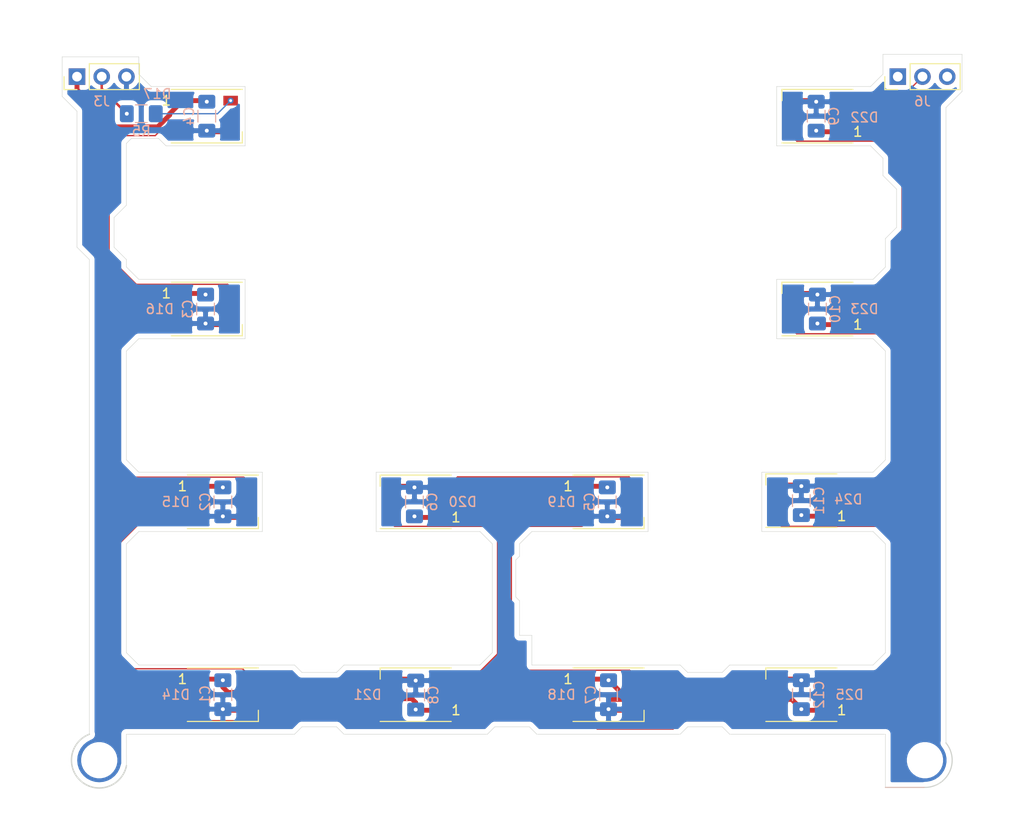
<source format=kicad_pcb>
(kicad_pcb (version 20171130) (host pcbnew "(5.1.5)-3")

  (general
    (thickness 1.6)
    (drawings 105)
    (tracks 236)
    (zones 0)
    (modules 29)
    (nets 19)
  )

  (page A4)
  (layers
    (0 F.Cu signal)
    (31 B.Cu signal)
    (32 B.Adhes user)
    (33 F.Adhes user)
    (34 B.Paste user)
    (35 F.Paste user)
    (36 B.SilkS user)
    (37 F.SilkS user)
    (38 B.Mask user)
    (39 F.Mask user)
    (40 Dwgs.User user)
    (41 Cmts.User user)
    (42 Eco1.User user)
    (43 Eco2.User user)
    (44 Edge.Cuts user)
    (45 Margin user)
    (46 B.CrtYd user)
    (47 F.CrtYd user)
    (48 B.Fab user hide)
    (49 F.Fab user)
  )

  (setup
    (last_trace_width 0.5)
    (user_trace_width 0.135)
    (user_trace_width 0.2)
    (user_trace_width 0.5)
    (user_trace_width 0.75)
    (trace_clearance 0.2)
    (zone_clearance 0.508)
    (zone_45_only no)
    (trace_min 0.135)
    (via_size 0.8)
    (via_drill 0.4)
    (via_min_size 0.4)
    (via_min_drill 0.3)
    (user_via 0.6 0.3)
    (uvia_size 0.3)
    (uvia_drill 0.1)
    (uvias_allowed no)
    (uvia_min_size 0.2)
    (uvia_min_drill 0.1)
    (edge_width 0.05)
    (segment_width 0.2)
    (pcb_text_width 0.3)
    (pcb_text_size 1.5 1.5)
    (mod_edge_width 0.12)
    (mod_text_size 1 1)
    (mod_text_width 0.15)
    (pad_size 1.524 1.524)
    (pad_drill 0.762)
    (pad_to_mask_clearance 0.051)
    (solder_mask_min_width 0.25)
    (aux_axis_origin 0 0)
    (grid_origin 121.158 162.052)
    (visible_elements 7FFFFFFF)
    (pcbplotparams
      (layerselection 0x010fc_ffffffff)
      (usegerberextensions false)
      (usegerberattributes false)
      (usegerberadvancedattributes false)
      (creategerberjobfile false)
      (excludeedgelayer true)
      (linewidth 0.100000)
      (plotframeref false)
      (viasonmask false)
      (mode 1)
      (useauxorigin false)
      (hpglpennumber 1)
      (hpglpenspeed 20)
      (hpglpendiameter 15.000000)
      (psnegative false)
      (psa4output false)
      (plotreference true)
      (plotvalue true)
      (plotinvisibletext false)
      (padsonsilk false)
      (subtractmaskfromsilk false)
      (outputformat 1)
      (mirror false)
      (drillshape 1)
      (scaleselection 1)
      (outputdirectory ""))
  )

  (net 0 "")
  (net 1 GND)
  (net 2 +5V)
  (net 3 "Net-(D14-Pad4)")
  (net 4 "Net-(D14-Pad2)")
  (net 5 "Net-(D15-Pad4)")
  (net 6 "Net-(D16-Pad4)")
  (net 7 "Net-(D17-Pad4)")
  (net 8 "Net-(D18-Pad2)")
  (net 9 "Net-(D18-Pad4)")
  (net 10 "Net-(D19-Pad4)")
  (net 11 "Net-(D20-Pad4)")
  (net 12 "Net-(D22-Pad4)")
  (net 13 "Net-(D23-Pad4)")
  (net 14 "Net-(D24-Pad4)")
  (net 15 RGB_DIN)
  (net 16 "Net-(J6-Pad1)")
  (net 17 "Net-(J6-Pad3)")
  (net 18 RGB_DOUT)

  (net_class Default "This is the default net class."
    (clearance 0.2)
    (trace_width 0.25)
    (via_dia 0.8)
    (via_drill 0.4)
    (uvia_dia 0.3)
    (uvia_drill 0.1)
    (add_net +5V)
    (add_net GND)
    (add_net "Net-(D14-Pad2)")
    (add_net "Net-(D14-Pad4)")
    (add_net "Net-(D15-Pad4)")
    (add_net "Net-(D16-Pad4)")
    (add_net "Net-(D17-Pad4)")
    (add_net "Net-(D18-Pad2)")
    (add_net "Net-(D18-Pad4)")
    (add_net "Net-(D19-Pad4)")
    (add_net "Net-(D20-Pad4)")
    (add_net "Net-(D22-Pad4)")
    (add_net "Net-(D23-Pad4)")
    (add_net "Net-(D24-Pad4)")
    (add_net "Net-(J6-Pad1)")
    (add_net "Net-(J6-Pad3)")
    (add_net RGB_DIN)
    (add_net RGB_DOUT)
  )

  (net_class Safe_Min ""
    (clearance 0.135)
    (trace_width 0.135)
    (via_dia 0.55)
    (via_drill 0.3)
    (uvia_dia 0.3)
    (uvia_drill 0.1)
  )

  (net_class Trace_edge ""
    (clearance 0.25)
    (trace_width 0.25)
    (via_dia 0.8)
    (via_drill 0.4)
    (uvia_dia 0.3)
    (uvia_drill 0.1)
  )

  (module MountingHole:MountingHole_2.7mm_M2.5 (layer F.Cu) (tedit 56D1B4CB) (tstamp 5EF9309C)
    (at 78.74 189.357)
    (descr "Mounting Hole 2.7mm, no annular, M2.5")
    (tags "mounting hole 2.7mm no annular m2.5")
    (attr virtual)
    (fp_text reference REF** (at 0 -3.7) (layer F.SilkS) hide
      (effects (font (size 1 1) (thickness 0.15)))
    )
    (fp_text value MountingHole_2.7mm_M2.5 (at 0 3.7) (layer F.Fab)
      (effects (font (size 1 1) (thickness 0.15)))
    )
    (fp_circle (center 0 0) (end 2.95 0) (layer F.CrtYd) (width 0.05))
    (fp_circle (center 0 0) (end 2.7 0) (layer Cmts.User) (width 0.15))
    (fp_text user %R (at 0.3 0) (layer F.Fab)
      (effects (font (size 1 1) (thickness 0.15)))
    )
    (pad 1 np_thru_hole circle (at 0 0) (size 2.7 2.7) (drill 2.7) (layers *.Cu *.Mask))
  )

  (module MountingHole:MountingHole_2.7mm_M2.5 (layer F.Cu) (tedit 56D1B4CB) (tstamp 5EF93062)
    (at 163.576 189.357)
    (descr "Mounting Hole 2.7mm, no annular, M2.5")
    (tags "mounting hole 2.7mm no annular m2.5")
    (attr virtual)
    (fp_text reference REF** (at 0 -3.7) (layer F.SilkS) hide
      (effects (font (size 1 1) (thickness 0.15)))
    )
    (fp_text value MountingHole_2.7mm_M2.5 (at 0 3.7) (layer F.Fab)
      (effects (font (size 1 1) (thickness 0.15)))
    )
    (fp_circle (center 0 0) (end 2.95 0) (layer F.CrtYd) (width 0.05))
    (fp_circle (center 0 0) (end 2.7 0) (layer Cmts.User) (width 0.15))
    (fp_text user %R (at 0.3 0) (layer F.Fab)
      (effects (font (size 1 1) (thickness 0.15)))
    )
    (pad 1 np_thru_hole circle (at 0 0) (size 2.7 2.7) (drill 2.7) (layers *.Cu *.Mask))
  )

  (module Resistor_SMD:R_1206_3216Metric_Pad1.42x1.75mm_HandSolder (layer B.Cu) (tedit 5B301BBD) (tstamp 5EF89457)
    (at 83.058 122.936 180)
    (descr "Resistor SMD 1206 (3216 Metric), square (rectangular) end terminal, IPC_7351 nominal with elongated pad for handsoldering. (Body size source: http://www.tortai-tech.com/upload/download/2011102023233369053.pdf), generated with kicad-footprint-generator")
    (tags "resistor handsolder")
    (path /5F1629B1)
    (attr smd)
    (fp_text reference R5 (at 0 -1.778) (layer B.SilkS)
      (effects (font (size 1 1) (thickness 0.15)) (justify mirror))
    )
    (fp_text value R_DIN (at 0 -1.82) (layer B.Fab)
      (effects (font (size 1 1) (thickness 0.15)) (justify mirror))
    )
    (fp_line (start -1.6 -0.8) (end -1.6 0.8) (layer B.Fab) (width 0.1))
    (fp_line (start -1.6 0.8) (end 1.6 0.8) (layer B.Fab) (width 0.1))
    (fp_line (start 1.6 0.8) (end 1.6 -0.8) (layer B.Fab) (width 0.1))
    (fp_line (start 1.6 -0.8) (end -1.6 -0.8) (layer B.Fab) (width 0.1))
    (fp_line (start -0.602064 0.91) (end 0.602064 0.91) (layer B.SilkS) (width 0.12))
    (fp_line (start -0.602064 -0.91) (end 0.602064 -0.91) (layer B.SilkS) (width 0.12))
    (fp_line (start -2.45 -1.12) (end -2.45 1.12) (layer B.CrtYd) (width 0.05))
    (fp_line (start -2.45 1.12) (end 2.45 1.12) (layer B.CrtYd) (width 0.05))
    (fp_line (start 2.45 1.12) (end 2.45 -1.12) (layer B.CrtYd) (width 0.05))
    (fp_line (start 2.45 -1.12) (end -2.45 -1.12) (layer B.CrtYd) (width 0.05))
    (fp_text user %R (at 0 0) (layer B.Fab)
      (effects (font (size 0.8 0.8) (thickness 0.12)) (justify mirror))
    )
    (pad 1 smd roundrect (at -1.4875 0 180) (size 1.425 1.75) (layers B.Cu B.Paste B.Mask) (roundrect_rratio 0.175439)
      (net 7 "Net-(D17-Pad4)"))
    (pad 2 smd roundrect (at 1.4875 0 180) (size 1.425 1.75) (layers B.Cu B.Paste B.Mask) (roundrect_rratio 0.175439)
      (net 15 RGB_DIN))
    (model ${KISYS3DMOD}/Resistor_SMD.3dshapes/R_1206_3216Metric.wrl
      (at (xyz 0 0 0))
      (scale (xyz 1 1 1))
      (rotate (xyz 0 0 0))
    )
  )

  (module Capacitor_SMD:C_1206_3216Metric_Pad1.42x1.75mm_HandSolder (layer B.Cu) (tedit 5B301BBE) (tstamp 5EF83A00)
    (at 91.44 182.626 270)
    (descr "Capacitor SMD 1206 (3216 Metric), square (rectangular) end terminal, IPC_7351 nominal with elongated pad for handsoldering. (Body size source: http://www.tortai-tech.com/upload/download/2011102023233369053.pdf), generated with kicad-footprint-generator")
    (tags "capacitor handsolder")
    (path /5EF8B72D)
    (attr smd)
    (fp_text reference C1 (at 0 1.82 270) (layer B.SilkS)
      (effects (font (size 1 1) (thickness 0.15)) (justify mirror))
    )
    (fp_text value 1000uF (at 0 -1.82 270) (layer B.Fab)
      (effects (font (size 1 1) (thickness 0.15)) (justify mirror))
    )
    (fp_text user %R (at 0 0 270) (layer B.Fab)
      (effects (font (size 0.8 0.8) (thickness 0.12)) (justify mirror))
    )
    (fp_line (start 2.45 -1.12) (end -2.45 -1.12) (layer B.CrtYd) (width 0.05))
    (fp_line (start 2.45 1.12) (end 2.45 -1.12) (layer B.CrtYd) (width 0.05))
    (fp_line (start -2.45 1.12) (end 2.45 1.12) (layer B.CrtYd) (width 0.05))
    (fp_line (start -2.45 -1.12) (end -2.45 1.12) (layer B.CrtYd) (width 0.05))
    (fp_line (start -0.602064 -0.91) (end 0.602064 -0.91) (layer B.SilkS) (width 0.12))
    (fp_line (start -0.602064 0.91) (end 0.602064 0.91) (layer B.SilkS) (width 0.12))
    (fp_line (start 1.6 -0.8) (end -1.6 -0.8) (layer B.Fab) (width 0.1))
    (fp_line (start 1.6 0.8) (end 1.6 -0.8) (layer B.Fab) (width 0.1))
    (fp_line (start -1.6 0.8) (end 1.6 0.8) (layer B.Fab) (width 0.1))
    (fp_line (start -1.6 -0.8) (end -1.6 0.8) (layer B.Fab) (width 0.1))
    (pad 2 smd roundrect (at 1.4875 0 270) (size 1.425 1.75) (layers B.Cu B.Paste B.Mask) (roundrect_rratio 0.175439)
      (net 1 GND))
    (pad 1 smd roundrect (at -1.4875 0 270) (size 1.425 1.75) (layers B.Cu B.Paste B.Mask) (roundrect_rratio 0.175439)
      (net 2 +5V))
    (model ${KISYS3DMOD}/Capacitor_SMD.3dshapes/C_1206_3216Metric.wrl
      (at (xyz 0 0 0))
      (scale (xyz 1 1 1))
      (rotate (xyz 0 0 0))
    )
  )

  (module Capacitor_SMD:C_1206_3216Metric_Pad1.42x1.75mm_HandSolder (layer B.Cu) (tedit 5B301BBE) (tstamp 5EF83A11)
    (at 91.44 162.814 270)
    (descr "Capacitor SMD 1206 (3216 Metric), square (rectangular) end terminal, IPC_7351 nominal with elongated pad for handsoldering. (Body size source: http://www.tortai-tech.com/upload/download/2011102023233369053.pdf), generated with kicad-footprint-generator")
    (tags "capacitor handsolder")
    (path /5EF9935F)
    (attr smd)
    (fp_text reference C2 (at 0 1.82 270) (layer B.SilkS)
      (effects (font (size 1 1) (thickness 0.15)) (justify mirror))
    )
    (fp_text value 1000uF (at 0 -1.82 270) (layer B.Fab)
      (effects (font (size 1 1) (thickness 0.15)) (justify mirror))
    )
    (fp_text user %R (at 0 0 270) (layer B.Fab)
      (effects (font (size 0.8 0.8) (thickness 0.12)) (justify mirror))
    )
    (fp_line (start 2.45 -1.12) (end -2.45 -1.12) (layer B.CrtYd) (width 0.05))
    (fp_line (start 2.45 1.12) (end 2.45 -1.12) (layer B.CrtYd) (width 0.05))
    (fp_line (start -2.45 1.12) (end 2.45 1.12) (layer B.CrtYd) (width 0.05))
    (fp_line (start -2.45 -1.12) (end -2.45 1.12) (layer B.CrtYd) (width 0.05))
    (fp_line (start -0.602064 -0.91) (end 0.602064 -0.91) (layer B.SilkS) (width 0.12))
    (fp_line (start -0.602064 0.91) (end 0.602064 0.91) (layer B.SilkS) (width 0.12))
    (fp_line (start 1.6 -0.8) (end -1.6 -0.8) (layer B.Fab) (width 0.1))
    (fp_line (start 1.6 0.8) (end 1.6 -0.8) (layer B.Fab) (width 0.1))
    (fp_line (start -1.6 0.8) (end 1.6 0.8) (layer B.Fab) (width 0.1))
    (fp_line (start -1.6 -0.8) (end -1.6 0.8) (layer B.Fab) (width 0.1))
    (pad 2 smd roundrect (at 1.4875 0 270) (size 1.425 1.75) (layers B.Cu B.Paste B.Mask) (roundrect_rratio 0.175439)
      (net 1 GND))
    (pad 1 smd roundrect (at -1.4875 0 270) (size 1.425 1.75) (layers B.Cu B.Paste B.Mask) (roundrect_rratio 0.175439)
      (net 2 +5V))
    (model ${KISYS3DMOD}/Capacitor_SMD.3dshapes/C_1206_3216Metric.wrl
      (at (xyz 0 0 0))
      (scale (xyz 1 1 1))
      (rotate (xyz 0 0 0))
    )
  )

  (module Capacitor_SMD:C_1206_3216Metric_Pad1.42x1.75mm_HandSolder (layer B.Cu) (tedit 5B301BBE) (tstamp 5EF98ED1)
    (at 89.662 143.002 270)
    (descr "Capacitor SMD 1206 (3216 Metric), square (rectangular) end terminal, IPC_7351 nominal with elongated pad for handsoldering. (Body size source: http://www.tortai-tech.com/upload/download/2011102023233369053.pdf), generated with kicad-footprint-generator")
    (tags "capacitor handsolder")
    (path /5EF9C246)
    (attr smd)
    (fp_text reference C3 (at 0 1.82 270) (layer B.SilkS)
      (effects (font (size 1 1) (thickness 0.15)) (justify mirror))
    )
    (fp_text value 1000uF (at 0 -1.82 270) (layer B.Fab)
      (effects (font (size 1 1) (thickness 0.15)) (justify mirror))
    )
    (fp_line (start -1.6 -0.8) (end -1.6 0.8) (layer B.Fab) (width 0.1))
    (fp_line (start -1.6 0.8) (end 1.6 0.8) (layer B.Fab) (width 0.1))
    (fp_line (start 1.6 0.8) (end 1.6 -0.8) (layer B.Fab) (width 0.1))
    (fp_line (start 1.6 -0.8) (end -1.6 -0.8) (layer B.Fab) (width 0.1))
    (fp_line (start -0.602064 0.91) (end 0.602064 0.91) (layer B.SilkS) (width 0.12))
    (fp_line (start -0.602064 -0.91) (end 0.602064 -0.91) (layer B.SilkS) (width 0.12))
    (fp_line (start -2.45 -1.12) (end -2.45 1.12) (layer B.CrtYd) (width 0.05))
    (fp_line (start -2.45 1.12) (end 2.45 1.12) (layer B.CrtYd) (width 0.05))
    (fp_line (start 2.45 1.12) (end 2.45 -1.12) (layer B.CrtYd) (width 0.05))
    (fp_line (start 2.45 -1.12) (end -2.45 -1.12) (layer B.CrtYd) (width 0.05))
    (fp_text user %R (at 0 0 270) (layer B.Fab)
      (effects (font (size 0.8 0.8) (thickness 0.12)) (justify mirror))
    )
    (pad 1 smd roundrect (at -1.4875 0 270) (size 1.425 1.75) (layers B.Cu B.Paste B.Mask) (roundrect_rratio 0.175439)
      (net 2 +5V))
    (pad 2 smd roundrect (at 1.4875 0 270) (size 1.425 1.75) (layers B.Cu B.Paste B.Mask) (roundrect_rratio 0.175439)
      (net 1 GND))
    (model ${KISYS3DMOD}/Capacitor_SMD.3dshapes/C_1206_3216Metric.wrl
      (at (xyz 0 0 0))
      (scale (xyz 1 1 1))
      (rotate (xyz 0 0 0))
    )
  )

  (module Capacitor_SMD:C_1206_3216Metric_Pad1.42x1.75mm_HandSolder (layer B.Cu) (tedit 5B301BBE) (tstamp 5EF83A33)
    (at 89.789 123.19 270)
    (descr "Capacitor SMD 1206 (3216 Metric), square (rectangular) end terminal, IPC_7351 nominal with elongated pad for handsoldering. (Body size source: http://www.tortai-tech.com/upload/download/2011102023233369053.pdf), generated with kicad-footprint-generator")
    (tags "capacitor handsolder")
    (path /5EF9C264)
    (attr smd)
    (fp_text reference C4 (at 0 1.82 90) (layer B.SilkS)
      (effects (font (size 1 1) (thickness 0.15)) (justify mirror))
    )
    (fp_text value 1000uF (at 0 -1.82 90) (layer B.Fab)
      (effects (font (size 1 1) (thickness 0.15)) (justify mirror))
    )
    (fp_text user %R (at 0 0 90) (layer B.Fab)
      (effects (font (size 0.8 0.8) (thickness 0.12)) (justify mirror))
    )
    (fp_line (start 2.45 -1.12) (end -2.45 -1.12) (layer B.CrtYd) (width 0.05))
    (fp_line (start 2.45 1.12) (end 2.45 -1.12) (layer B.CrtYd) (width 0.05))
    (fp_line (start -2.45 1.12) (end 2.45 1.12) (layer B.CrtYd) (width 0.05))
    (fp_line (start -2.45 -1.12) (end -2.45 1.12) (layer B.CrtYd) (width 0.05))
    (fp_line (start -0.602064 -0.91) (end 0.602064 -0.91) (layer B.SilkS) (width 0.12))
    (fp_line (start -0.602064 0.91) (end 0.602064 0.91) (layer B.SilkS) (width 0.12))
    (fp_line (start 1.6 -0.8) (end -1.6 -0.8) (layer B.Fab) (width 0.1))
    (fp_line (start 1.6 0.8) (end 1.6 -0.8) (layer B.Fab) (width 0.1))
    (fp_line (start -1.6 0.8) (end 1.6 0.8) (layer B.Fab) (width 0.1))
    (fp_line (start -1.6 -0.8) (end -1.6 0.8) (layer B.Fab) (width 0.1))
    (pad 2 smd roundrect (at 1.4875 0 270) (size 1.425 1.75) (layers B.Cu B.Paste B.Mask) (roundrect_rratio 0.175439)
      (net 1 GND))
    (pad 1 smd roundrect (at -1.4875 0 270) (size 1.425 1.75) (layers B.Cu B.Paste B.Mask) (roundrect_rratio 0.175439)
      (net 2 +5V))
    (model ${KISYS3DMOD}/Capacitor_SMD.3dshapes/C_1206_3216Metric.wrl
      (at (xyz 0 0 0))
      (scale (xyz 1 1 1))
      (rotate (xyz 0 0 0))
    )
  )

  (module Capacitor_SMD:C_1206_3216Metric_Pad1.42x1.75mm_HandSolder (layer B.Cu) (tedit 5B301BBE) (tstamp 5EF83A44)
    (at 130.937 162.814 270)
    (descr "Capacitor SMD 1206 (3216 Metric), square (rectangular) end terminal, IPC_7351 nominal with elongated pad for handsoldering. (Body size source: http://www.tortai-tech.com/upload/download/2011102023233369053.pdf), generated with kicad-footprint-generator")
    (tags "capacitor handsolder")
    (path /5EFA76B4)
    (attr smd)
    (fp_text reference C5 (at 0 1.82 90) (layer B.SilkS)
      (effects (font (size 1 1) (thickness 0.15)) (justify mirror))
    )
    (fp_text value 1000uF (at 0 -1.82 90) (layer B.Fab)
      (effects (font (size 1 1) (thickness 0.15)) (justify mirror))
    )
    (fp_text user %R (at 0 0 90) (layer B.Fab)
      (effects (font (size 0.8 0.8) (thickness 0.12)) (justify mirror))
    )
    (fp_line (start 2.45 -1.12) (end -2.45 -1.12) (layer B.CrtYd) (width 0.05))
    (fp_line (start 2.45 1.12) (end 2.45 -1.12) (layer B.CrtYd) (width 0.05))
    (fp_line (start -2.45 1.12) (end 2.45 1.12) (layer B.CrtYd) (width 0.05))
    (fp_line (start -2.45 -1.12) (end -2.45 1.12) (layer B.CrtYd) (width 0.05))
    (fp_line (start -0.602064 -0.91) (end 0.602064 -0.91) (layer B.SilkS) (width 0.12))
    (fp_line (start -0.602064 0.91) (end 0.602064 0.91) (layer B.SilkS) (width 0.12))
    (fp_line (start 1.6 -0.8) (end -1.6 -0.8) (layer B.Fab) (width 0.1))
    (fp_line (start 1.6 0.8) (end 1.6 -0.8) (layer B.Fab) (width 0.1))
    (fp_line (start -1.6 0.8) (end 1.6 0.8) (layer B.Fab) (width 0.1))
    (fp_line (start -1.6 -0.8) (end -1.6 0.8) (layer B.Fab) (width 0.1))
    (pad 2 smd roundrect (at 1.4875 0 270) (size 1.425 1.75) (layers B.Cu B.Paste B.Mask) (roundrect_rratio 0.175439)
      (net 1 GND))
    (pad 1 smd roundrect (at -1.4875 0 270) (size 1.425 1.75) (layers B.Cu B.Paste B.Mask) (roundrect_rratio 0.175439)
      (net 2 +5V))
    (model ${KISYS3DMOD}/Capacitor_SMD.3dshapes/C_1206_3216Metric.wrl
      (at (xyz 0 0 0))
      (scale (xyz 1 1 1))
      (rotate (xyz 0 0 0))
    )
  )

  (module Capacitor_SMD:C_1206_3216Metric_Pad1.42x1.75mm_HandSolder (layer B.Cu) (tedit 5B301BBE) (tstamp 5EF98F31)
    (at 111.125 162.814 90)
    (descr "Capacitor SMD 1206 (3216 Metric), square (rectangular) end terminal, IPC_7351 nominal with elongated pad for handsoldering. (Body size source: http://www.tortai-tech.com/upload/download/2011102023233369053.pdf), generated with kicad-footprint-generator")
    (tags "capacitor handsolder")
    (path /5EFA76D2)
    (attr smd)
    (fp_text reference C6 (at 0 1.82 270) (layer B.SilkS)
      (effects (font (size 1 1) (thickness 0.15)) (justify mirror))
    )
    (fp_text value 1000uF (at 0 -1.82 270) (layer B.Fab)
      (effects (font (size 1 1) (thickness 0.15)) (justify mirror))
    )
    (fp_line (start -1.6 -0.8) (end -1.6 0.8) (layer B.Fab) (width 0.1))
    (fp_line (start -1.6 0.8) (end 1.6 0.8) (layer B.Fab) (width 0.1))
    (fp_line (start 1.6 0.8) (end 1.6 -0.8) (layer B.Fab) (width 0.1))
    (fp_line (start 1.6 -0.8) (end -1.6 -0.8) (layer B.Fab) (width 0.1))
    (fp_line (start -0.602064 0.91) (end 0.602064 0.91) (layer B.SilkS) (width 0.12))
    (fp_line (start -0.602064 -0.91) (end 0.602064 -0.91) (layer B.SilkS) (width 0.12))
    (fp_line (start -2.45 -1.12) (end -2.45 1.12) (layer B.CrtYd) (width 0.05))
    (fp_line (start -2.45 1.12) (end 2.45 1.12) (layer B.CrtYd) (width 0.05))
    (fp_line (start 2.45 1.12) (end 2.45 -1.12) (layer B.CrtYd) (width 0.05))
    (fp_line (start 2.45 -1.12) (end -2.45 -1.12) (layer B.CrtYd) (width 0.05))
    (fp_text user %R (at 0 0 270) (layer B.Fab)
      (effects (font (size 0.8 0.8) (thickness 0.12)) (justify mirror))
    )
    (pad 1 smd roundrect (at -1.4875 0 90) (size 1.425 1.75) (layers B.Cu B.Paste B.Mask) (roundrect_rratio 0.175439)
      (net 2 +5V))
    (pad 2 smd roundrect (at 1.4875 0 90) (size 1.425 1.75) (layers B.Cu B.Paste B.Mask) (roundrect_rratio 0.175439)
      (net 1 GND))
    (model ${KISYS3DMOD}/Capacitor_SMD.3dshapes/C_1206_3216Metric.wrl
      (at (xyz 0 0 0))
      (scale (xyz 1 1 1))
      (rotate (xyz 0 0 0))
    )
  )

  (module Capacitor_SMD:C_1206_3216Metric_Pad1.42x1.75mm_HandSolder (layer B.Cu) (tedit 5B301BBE) (tstamp 5EF83A66)
    (at 131.064 182.626 270)
    (descr "Capacitor SMD 1206 (3216 Metric), square (rectangular) end terminal, IPC_7351 nominal with elongated pad for handsoldering. (Body size source: http://www.tortai-tech.com/upload/download/2011102023233369053.pdf), generated with kicad-footprint-generator")
    (tags "capacitor handsolder")
    (path /5EFA76F0)
    (attr smd)
    (fp_text reference C7 (at 0 1.82 90) (layer B.SilkS)
      (effects (font (size 1 1) (thickness 0.15)) (justify mirror))
    )
    (fp_text value 1000uF (at 0 -1.82 90) (layer B.Fab)
      (effects (font (size 1 1) (thickness 0.15)) (justify mirror))
    )
    (fp_text user %R (at 0 0 90) (layer B.Fab)
      (effects (font (size 0.8 0.8) (thickness 0.12)) (justify mirror))
    )
    (fp_line (start 2.45 -1.12) (end -2.45 -1.12) (layer B.CrtYd) (width 0.05))
    (fp_line (start 2.45 1.12) (end 2.45 -1.12) (layer B.CrtYd) (width 0.05))
    (fp_line (start -2.45 1.12) (end 2.45 1.12) (layer B.CrtYd) (width 0.05))
    (fp_line (start -2.45 -1.12) (end -2.45 1.12) (layer B.CrtYd) (width 0.05))
    (fp_line (start -0.602064 -0.91) (end 0.602064 -0.91) (layer B.SilkS) (width 0.12))
    (fp_line (start -0.602064 0.91) (end 0.602064 0.91) (layer B.SilkS) (width 0.12))
    (fp_line (start 1.6 -0.8) (end -1.6 -0.8) (layer B.Fab) (width 0.1))
    (fp_line (start 1.6 0.8) (end 1.6 -0.8) (layer B.Fab) (width 0.1))
    (fp_line (start -1.6 0.8) (end 1.6 0.8) (layer B.Fab) (width 0.1))
    (fp_line (start -1.6 -0.8) (end -1.6 0.8) (layer B.Fab) (width 0.1))
    (pad 2 smd roundrect (at 1.4875 0 270) (size 1.425 1.75) (layers B.Cu B.Paste B.Mask) (roundrect_rratio 0.175439)
      (net 1 GND))
    (pad 1 smd roundrect (at -1.4875 0 270) (size 1.425 1.75) (layers B.Cu B.Paste B.Mask) (roundrect_rratio 0.175439)
      (net 2 +5V))
    (model ${KISYS3DMOD}/Capacitor_SMD.3dshapes/C_1206_3216Metric.wrl
      (at (xyz 0 0 0))
      (scale (xyz 1 1 1))
      (rotate (xyz 0 0 0))
    )
  )

  (module Capacitor_SMD:C_1206_3216Metric_Pad1.42x1.75mm_HandSolder (layer B.Cu) (tedit 5B301BBE) (tstamp 5EF83A77)
    (at 111.252 182.6625 90)
    (descr "Capacitor SMD 1206 (3216 Metric), square (rectangular) end terminal, IPC_7351 nominal with elongated pad for handsoldering. (Body size source: http://www.tortai-tech.com/upload/download/2011102023233369053.pdf), generated with kicad-footprint-generator")
    (tags "capacitor handsolder")
    (path /5EFA770E)
    (attr smd)
    (fp_text reference C8 (at 0 1.82 90) (layer B.SilkS)
      (effects (font (size 1 1) (thickness 0.15)) (justify mirror))
    )
    (fp_text value 1000uF (at 0 -1.82 90) (layer B.Fab)
      (effects (font (size 1 1) (thickness 0.15)) (justify mirror))
    )
    (fp_text user %R (at 0 0 90) (layer B.Fab)
      (effects (font (size 0.8 0.8) (thickness 0.12)) (justify mirror))
    )
    (fp_line (start 2.45 -1.12) (end -2.45 -1.12) (layer B.CrtYd) (width 0.05))
    (fp_line (start 2.45 1.12) (end 2.45 -1.12) (layer B.CrtYd) (width 0.05))
    (fp_line (start -2.45 1.12) (end 2.45 1.12) (layer B.CrtYd) (width 0.05))
    (fp_line (start -2.45 -1.12) (end -2.45 1.12) (layer B.CrtYd) (width 0.05))
    (fp_line (start -0.602064 -0.91) (end 0.602064 -0.91) (layer B.SilkS) (width 0.12))
    (fp_line (start -0.602064 0.91) (end 0.602064 0.91) (layer B.SilkS) (width 0.12))
    (fp_line (start 1.6 -0.8) (end -1.6 -0.8) (layer B.Fab) (width 0.1))
    (fp_line (start 1.6 0.8) (end 1.6 -0.8) (layer B.Fab) (width 0.1))
    (fp_line (start -1.6 0.8) (end 1.6 0.8) (layer B.Fab) (width 0.1))
    (fp_line (start -1.6 -0.8) (end -1.6 0.8) (layer B.Fab) (width 0.1))
    (pad 2 smd roundrect (at 1.4875 0 90) (size 1.425 1.75) (layers B.Cu B.Paste B.Mask) (roundrect_rratio 0.175439)
      (net 1 GND))
    (pad 1 smd roundrect (at -1.4875 0 90) (size 1.425 1.75) (layers B.Cu B.Paste B.Mask) (roundrect_rratio 0.175439)
      (net 2 +5V))
    (model ${KISYS3DMOD}/Capacitor_SMD.3dshapes/C_1206_3216Metric.wrl
      (at (xyz 0 0 0))
      (scale (xyz 1 1 1))
      (rotate (xyz 0 0 0))
    )
  )

  (module Capacitor_SMD:C_1206_3216Metric_Pad1.42x1.75mm_HandSolder (layer B.Cu) (tedit 5B301BBE) (tstamp 5EF98F01)
    (at 152.4 123.19 90)
    (descr "Capacitor SMD 1206 (3216 Metric), square (rectangular) end terminal, IPC_7351 nominal with elongated pad for handsoldering. (Body size source: http://www.tortai-tech.com/upload/download/2011102023233369053.pdf), generated with kicad-footprint-generator")
    (tags "capacitor handsolder")
    (path /5F0360D2)
    (attr smd)
    (fp_text reference C9 (at 0 1.82 90) (layer B.SilkS)
      (effects (font (size 1 1) (thickness 0.15)) (justify mirror))
    )
    (fp_text value 1000uF (at 0 -1.82 90) (layer B.Fab)
      (effects (font (size 1 1) (thickness 0.15)) (justify mirror))
    )
    (fp_line (start -1.6 -0.8) (end -1.6 0.8) (layer B.Fab) (width 0.1))
    (fp_line (start -1.6 0.8) (end 1.6 0.8) (layer B.Fab) (width 0.1))
    (fp_line (start 1.6 0.8) (end 1.6 -0.8) (layer B.Fab) (width 0.1))
    (fp_line (start 1.6 -0.8) (end -1.6 -0.8) (layer B.Fab) (width 0.1))
    (fp_line (start -0.602064 0.91) (end 0.602064 0.91) (layer B.SilkS) (width 0.12))
    (fp_line (start -0.602064 -0.91) (end 0.602064 -0.91) (layer B.SilkS) (width 0.12))
    (fp_line (start -2.45 -1.12) (end -2.45 1.12) (layer B.CrtYd) (width 0.05))
    (fp_line (start -2.45 1.12) (end 2.45 1.12) (layer B.CrtYd) (width 0.05))
    (fp_line (start 2.45 1.12) (end 2.45 -1.12) (layer B.CrtYd) (width 0.05))
    (fp_line (start 2.45 -1.12) (end -2.45 -1.12) (layer B.CrtYd) (width 0.05))
    (fp_text user %R (at 0 0 90) (layer B.Fab)
      (effects (font (size 0.8 0.8) (thickness 0.12)) (justify mirror))
    )
    (pad 1 smd roundrect (at -1.4875 0 90) (size 1.425 1.75) (layers B.Cu B.Paste B.Mask) (roundrect_rratio 0.175439)
      (net 2 +5V))
    (pad 2 smd roundrect (at 1.4875 0 90) (size 1.425 1.75) (layers B.Cu B.Paste B.Mask) (roundrect_rratio 0.175439)
      (net 1 GND))
    (model ${KISYS3DMOD}/Capacitor_SMD.3dshapes/C_1206_3216Metric.wrl
      (at (xyz 0 0 0))
      (scale (xyz 1 1 1))
      (rotate (xyz 0 0 0))
    )
  )

  (module Capacitor_SMD:C_1206_3216Metric_Pad1.42x1.75mm_HandSolder (layer B.Cu) (tedit 5B301BBE) (tstamp 5EF83A99)
    (at 152.527 143.002 90)
    (descr "Capacitor SMD 1206 (3216 Metric), square (rectangular) end terminal, IPC_7351 nominal with elongated pad for handsoldering. (Body size source: http://www.tortai-tech.com/upload/download/2011102023233369053.pdf), generated with kicad-footprint-generator")
    (tags "capacitor handsolder")
    (path /5F0360F0)
    (attr smd)
    (fp_text reference C10 (at 0 1.82 90) (layer B.SilkS)
      (effects (font (size 1 1) (thickness 0.15)) (justify mirror))
    )
    (fp_text value 1000uF (at 0 -1.82 90) (layer B.Fab)
      (effects (font (size 1 1) (thickness 0.15)) (justify mirror))
    )
    (fp_line (start -1.6 -0.8) (end -1.6 0.8) (layer B.Fab) (width 0.1))
    (fp_line (start -1.6 0.8) (end 1.6 0.8) (layer B.Fab) (width 0.1))
    (fp_line (start 1.6 0.8) (end 1.6 -0.8) (layer B.Fab) (width 0.1))
    (fp_line (start 1.6 -0.8) (end -1.6 -0.8) (layer B.Fab) (width 0.1))
    (fp_line (start -0.602064 0.91) (end 0.602064 0.91) (layer B.SilkS) (width 0.12))
    (fp_line (start -0.602064 -0.91) (end 0.602064 -0.91) (layer B.SilkS) (width 0.12))
    (fp_line (start -2.45 -1.12) (end -2.45 1.12) (layer B.CrtYd) (width 0.05))
    (fp_line (start -2.45 1.12) (end 2.45 1.12) (layer B.CrtYd) (width 0.05))
    (fp_line (start 2.45 1.12) (end 2.45 -1.12) (layer B.CrtYd) (width 0.05))
    (fp_line (start 2.45 -1.12) (end -2.45 -1.12) (layer B.CrtYd) (width 0.05))
    (fp_text user %R (at 0 0 90) (layer B.Fab)
      (effects (font (size 0.8 0.8) (thickness 0.12)) (justify mirror))
    )
    (pad 1 smd roundrect (at -1.4875 0 90) (size 1.425 1.75) (layers B.Cu B.Paste B.Mask) (roundrect_rratio 0.175439)
      (net 2 +5V))
    (pad 2 smd roundrect (at 1.4875 0 90) (size 1.425 1.75) (layers B.Cu B.Paste B.Mask) (roundrect_rratio 0.175439)
      (net 1 GND))
    (model ${KISYS3DMOD}/Capacitor_SMD.3dshapes/C_1206_3216Metric.wrl
      (at (xyz 0 0 0))
      (scale (xyz 1 1 1))
      (rotate (xyz 0 0 0))
    )
  )

  (module Capacitor_SMD:C_1206_3216Metric_Pad1.42x1.75mm_HandSolder (layer B.Cu) (tedit 5B301BBE) (tstamp 5EF83AAA)
    (at 150.876 162.687 90)
    (descr "Capacitor SMD 1206 (3216 Metric), square (rectangular) end terminal, IPC_7351 nominal with elongated pad for handsoldering. (Body size source: http://www.tortai-tech.com/upload/download/2011102023233369053.pdf), generated with kicad-footprint-generator")
    (tags "capacitor handsolder")
    (path /5F03610E)
    (attr smd)
    (fp_text reference C11 (at 0 1.82 90) (layer B.SilkS)
      (effects (font (size 1 1) (thickness 0.15)) (justify mirror))
    )
    (fp_text value 1000uF (at 0 -1.82 90) (layer B.Fab)
      (effects (font (size 1 1) (thickness 0.15)) (justify mirror))
    )
    (fp_text user %R (at 0 0 90) (layer B.Fab)
      (effects (font (size 0.8 0.8) (thickness 0.12)) (justify mirror))
    )
    (fp_line (start 2.45 -1.12) (end -2.45 -1.12) (layer B.CrtYd) (width 0.05))
    (fp_line (start 2.45 1.12) (end 2.45 -1.12) (layer B.CrtYd) (width 0.05))
    (fp_line (start -2.45 1.12) (end 2.45 1.12) (layer B.CrtYd) (width 0.05))
    (fp_line (start -2.45 -1.12) (end -2.45 1.12) (layer B.CrtYd) (width 0.05))
    (fp_line (start -0.602064 -0.91) (end 0.602064 -0.91) (layer B.SilkS) (width 0.12))
    (fp_line (start -0.602064 0.91) (end 0.602064 0.91) (layer B.SilkS) (width 0.12))
    (fp_line (start 1.6 -0.8) (end -1.6 -0.8) (layer B.Fab) (width 0.1))
    (fp_line (start 1.6 0.8) (end 1.6 -0.8) (layer B.Fab) (width 0.1))
    (fp_line (start -1.6 0.8) (end 1.6 0.8) (layer B.Fab) (width 0.1))
    (fp_line (start -1.6 -0.8) (end -1.6 0.8) (layer B.Fab) (width 0.1))
    (pad 2 smd roundrect (at 1.4875 0 90) (size 1.425 1.75) (layers B.Cu B.Paste B.Mask) (roundrect_rratio 0.175439)
      (net 1 GND))
    (pad 1 smd roundrect (at -1.4875 0 90) (size 1.425 1.75) (layers B.Cu B.Paste B.Mask) (roundrect_rratio 0.175439)
      (net 2 +5V))
    (model ${KISYS3DMOD}/Capacitor_SMD.3dshapes/C_1206_3216Metric.wrl
      (at (xyz 0 0 0))
      (scale (xyz 1 1 1))
      (rotate (xyz 0 0 0))
    )
  )

  (module Capacitor_SMD:C_1206_3216Metric_Pad1.42x1.75mm_HandSolder (layer B.Cu) (tedit 5B301BBE) (tstamp 5EF98F61)
    (at 150.876 182.626 90)
    (descr "Capacitor SMD 1206 (3216 Metric), square (rectangular) end terminal, IPC_7351 nominal with elongated pad for handsoldering. (Body size source: http://www.tortai-tech.com/upload/download/2011102023233369053.pdf), generated with kicad-footprint-generator")
    (tags "capacitor handsolder")
    (path /5F03612C)
    (attr smd)
    (fp_text reference C12 (at 0 1.82 90) (layer B.SilkS)
      (effects (font (size 1 1) (thickness 0.15)) (justify mirror))
    )
    (fp_text value 1000uF (at 0 -1.82 90) (layer B.Fab)
      (effects (font (size 1 1) (thickness 0.15)) (justify mirror))
    )
    (fp_text user %R (at 0 0 90) (layer B.Fab)
      (effects (font (size 0.8 0.8) (thickness 0.12)) (justify mirror))
    )
    (fp_line (start 2.45 -1.12) (end -2.45 -1.12) (layer B.CrtYd) (width 0.05))
    (fp_line (start 2.45 1.12) (end 2.45 -1.12) (layer B.CrtYd) (width 0.05))
    (fp_line (start -2.45 1.12) (end 2.45 1.12) (layer B.CrtYd) (width 0.05))
    (fp_line (start -2.45 -1.12) (end -2.45 1.12) (layer B.CrtYd) (width 0.05))
    (fp_line (start -0.602064 -0.91) (end 0.602064 -0.91) (layer B.SilkS) (width 0.12))
    (fp_line (start -0.602064 0.91) (end 0.602064 0.91) (layer B.SilkS) (width 0.12))
    (fp_line (start 1.6 -0.8) (end -1.6 -0.8) (layer B.Fab) (width 0.1))
    (fp_line (start 1.6 0.8) (end 1.6 -0.8) (layer B.Fab) (width 0.1))
    (fp_line (start -1.6 0.8) (end 1.6 0.8) (layer B.Fab) (width 0.1))
    (fp_line (start -1.6 -0.8) (end -1.6 0.8) (layer B.Fab) (width 0.1))
    (pad 2 smd roundrect (at 1.4875 0 90) (size 1.425 1.75) (layers B.Cu B.Paste B.Mask) (roundrect_rratio 0.175439)
      (net 1 GND))
    (pad 1 smd roundrect (at -1.4875 0 90) (size 1.425 1.75) (layers B.Cu B.Paste B.Mask) (roundrect_rratio 0.175439)
      (net 2 +5V))
    (model ${KISYS3DMOD}/Capacitor_SMD.3dshapes/C_1206_3216Metric.wrl
      (at (xyz 0 0 0))
      (scale (xyz 1 1 1))
      (rotate (xyz 0 0 0))
    )
  )

  (module LED_SMD:LED_WS2812B_PLCC4_5.0x5.0mm_P3.2mm (layer F.Cu) (tedit 5AA4B285) (tstamp 5EF97AF4)
    (at 91.44 182.626)
    (descr https://cdn-shop.adafruit.com/datasheets/WS2812B.pdf)
    (tags "LED RGB NeoPixel")
    (path /5EF7371F)
    (attr smd)
    (fp_text reference D14 (at -4.826 0 180) (layer B.SilkS)
      (effects (font (size 1 1) (thickness 0.15)) (justify mirror))
    )
    (fp_text value WS2812B (at 0 4) (layer F.Fab)
      (effects (font (size 1 1) (thickness 0.15)))
    )
    (fp_text user 1 (at -4.15 -1.6) (layer F.SilkS)
      (effects (font (size 1 1) (thickness 0.15)))
    )
    (fp_text user %R (at 0 0) (layer F.Fab)
      (effects (font (size 0.8 0.8) (thickness 0.15)))
    )
    (fp_line (start 3.45 -2.75) (end -3.45 -2.75) (layer F.CrtYd) (width 0.05))
    (fp_line (start 3.45 2.75) (end 3.45 -2.75) (layer F.CrtYd) (width 0.05))
    (fp_line (start -3.45 2.75) (end 3.45 2.75) (layer F.CrtYd) (width 0.05))
    (fp_line (start -3.45 -2.75) (end -3.45 2.75) (layer F.CrtYd) (width 0.05))
    (fp_line (start 2.5 1.5) (end 1.5 2.5) (layer F.Fab) (width 0.1))
    (fp_line (start -2.5 -2.5) (end -2.5 2.5) (layer F.Fab) (width 0.1))
    (fp_line (start -2.5 2.5) (end 2.5 2.5) (layer F.Fab) (width 0.1))
    (fp_line (start 2.5 2.5) (end 2.5 -2.5) (layer F.Fab) (width 0.1))
    (fp_line (start 2.5 -2.5) (end -2.5 -2.5) (layer F.Fab) (width 0.1))
    (fp_line (start -3.65 -2.75) (end 3.65 -2.75) (layer F.SilkS) (width 0.12))
    (fp_line (start -3.65 2.75) (end 3.65 2.75) (layer F.SilkS) (width 0.12))
    (fp_line (start 3.65 2.75) (end 3.65 1.6) (layer F.SilkS) (width 0.12))
    (fp_circle (center 0 0) (end 0 -2) (layer F.Fab) (width 0.1))
    (pad 3 smd rect (at 2.45 1.6) (size 1.5 1) (layers F.Cu F.Paste F.Mask)
      (net 1 GND))
    (pad 4 smd rect (at 2.45 -1.6) (size 1.5 1) (layers F.Cu F.Paste F.Mask)
      (net 3 "Net-(D14-Pad4)"))
    (pad 2 smd rect (at -2.45 1.6) (size 1.5 1) (layers F.Cu F.Paste F.Mask)
      (net 4 "Net-(D14-Pad2)"))
    (pad 1 smd rect (at -2.45 -1.6) (size 1.5 1) (layers F.Cu F.Paste F.Mask)
      (net 2 +5V))
    (model ${KISYS3DMOD}/LED_SMD.3dshapes/LED_WS2812B_PLCC4_5.0x5.0mm_P3.2mm.wrl
      (at (xyz 0 0 0))
      (scale (xyz 1 1 1))
      (rotate (xyz 0 0 0))
    )
  )

  (module LED_SMD:LED_WS2812B_PLCC4_5.0x5.0mm_P3.2mm (layer F.Cu) (tedit 5AA4B285) (tstamp 5EF83C60)
    (at 91.44 162.814)
    (descr https://cdn-shop.adafruit.com/datasheets/WS2812B.pdf)
    (tags "LED RGB NeoPixel")
    (path /5EF99355)
    (attr smd)
    (fp_text reference D15 (at -4.826 0 180) (layer B.SilkS)
      (effects (font (size 1 1) (thickness 0.15)) (justify mirror))
    )
    (fp_text value WS2812B (at 0 4) (layer F.Fab)
      (effects (font (size 1 1) (thickness 0.15)))
    )
    (fp_circle (center 0 0) (end 0 -2) (layer F.Fab) (width 0.1))
    (fp_line (start 3.65 2.75) (end 3.65 1.6) (layer F.SilkS) (width 0.12))
    (fp_line (start -3.65 2.75) (end 3.65 2.75) (layer F.SilkS) (width 0.12))
    (fp_line (start -3.65 -2.75) (end 3.65 -2.75) (layer F.SilkS) (width 0.12))
    (fp_line (start 2.5 -2.5) (end -2.5 -2.5) (layer F.Fab) (width 0.1))
    (fp_line (start 2.5 2.5) (end 2.5 -2.5) (layer F.Fab) (width 0.1))
    (fp_line (start -2.5 2.5) (end 2.5 2.5) (layer F.Fab) (width 0.1))
    (fp_line (start -2.5 -2.5) (end -2.5 2.5) (layer F.Fab) (width 0.1))
    (fp_line (start 2.5 1.5) (end 1.5 2.5) (layer F.Fab) (width 0.1))
    (fp_line (start -3.45 -2.75) (end -3.45 2.75) (layer F.CrtYd) (width 0.05))
    (fp_line (start -3.45 2.75) (end 3.45 2.75) (layer F.CrtYd) (width 0.05))
    (fp_line (start 3.45 2.75) (end 3.45 -2.75) (layer F.CrtYd) (width 0.05))
    (fp_line (start 3.45 -2.75) (end -3.45 -2.75) (layer F.CrtYd) (width 0.05))
    (fp_text user %R (at 0 0) (layer F.Fab)
      (effects (font (size 0.8 0.8) (thickness 0.15)))
    )
    (fp_text user 1 (at -4.15 -1.6) (layer F.SilkS)
      (effects (font (size 1 1) (thickness 0.15)))
    )
    (pad 1 smd rect (at -2.45 -1.6) (size 1.5 1) (layers F.Cu F.Paste F.Mask)
      (net 2 +5V))
    (pad 2 smd rect (at -2.45 1.6) (size 1.5 1) (layers F.Cu F.Paste F.Mask)
      (net 3 "Net-(D14-Pad4)"))
    (pad 4 smd rect (at 2.45 -1.6) (size 1.5 1) (layers F.Cu F.Paste F.Mask)
      (net 5 "Net-(D15-Pad4)"))
    (pad 3 smd rect (at 2.45 1.6) (size 1.5 1) (layers F.Cu F.Paste F.Mask)
      (net 1 GND))
    (model ${KISYS3DMOD}/LED_SMD.3dshapes/LED_WS2812B_PLCC4_5.0x5.0mm_P3.2mm.wrl
      (at (xyz 0 0 0))
      (scale (xyz 1 1 1))
      (rotate (xyz 0 0 0))
    )
  )

  (module LED_SMD:LED_WS2812B_PLCC4_5.0x5.0mm_P3.2mm (layer F.Cu) (tedit 5AA4B285) (tstamp 5EF83C77)
    (at 89.789 143.002)
    (descr https://cdn-shop.adafruit.com/datasheets/WS2812B.pdf)
    (tags "LED RGB NeoPixel")
    (path /5EF9C23C)
    (attr smd)
    (fp_text reference D16 (at -4.826 0 180) (layer B.SilkS)
      (effects (font (size 1 1) (thickness 0.15)) (justify mirror))
    )
    (fp_text value WS2812B (at 0 4) (layer F.Fab)
      (effects (font (size 1 1) (thickness 0.15)))
    )
    (fp_text user 1 (at -4.15 -1.6) (layer F.SilkS)
      (effects (font (size 1 1) (thickness 0.15)))
    )
    (fp_text user %R (at 0 0) (layer F.Fab)
      (effects (font (size 0.8 0.8) (thickness 0.15)))
    )
    (fp_line (start 3.45 -2.75) (end -3.45 -2.75) (layer F.CrtYd) (width 0.05))
    (fp_line (start 3.45 2.75) (end 3.45 -2.75) (layer F.CrtYd) (width 0.05))
    (fp_line (start -3.45 2.75) (end 3.45 2.75) (layer F.CrtYd) (width 0.05))
    (fp_line (start -3.45 -2.75) (end -3.45 2.75) (layer F.CrtYd) (width 0.05))
    (fp_line (start 2.5 1.5) (end 1.5 2.5) (layer F.Fab) (width 0.1))
    (fp_line (start -2.5 -2.5) (end -2.5 2.5) (layer F.Fab) (width 0.1))
    (fp_line (start -2.5 2.5) (end 2.5 2.5) (layer F.Fab) (width 0.1))
    (fp_line (start 2.5 2.5) (end 2.5 -2.5) (layer F.Fab) (width 0.1))
    (fp_line (start 2.5 -2.5) (end -2.5 -2.5) (layer F.Fab) (width 0.1))
    (fp_line (start -3.65 -2.75) (end 3.65 -2.75) (layer F.SilkS) (width 0.12))
    (fp_line (start -3.65 2.75) (end 3.65 2.75) (layer F.SilkS) (width 0.12))
    (fp_line (start 3.65 2.75) (end 3.65 1.6) (layer F.SilkS) (width 0.12))
    (fp_circle (center 0 0) (end 0 -2) (layer F.Fab) (width 0.1))
    (pad 3 smd rect (at 2.45 1.6) (size 1.5 1) (layers F.Cu F.Paste F.Mask)
      (net 1 GND))
    (pad 4 smd rect (at 2.45 -1.6) (size 1.5 1) (layers F.Cu F.Paste F.Mask)
      (net 6 "Net-(D16-Pad4)"))
    (pad 2 smd rect (at -2.45 1.6) (size 1.5 1) (layers F.Cu F.Paste F.Mask)
      (net 5 "Net-(D15-Pad4)"))
    (pad 1 smd rect (at -2.45 -1.6) (size 1.5 1) (layers F.Cu F.Paste F.Mask)
      (net 2 +5V))
    (model ${KISYS3DMOD}/LED_SMD.3dshapes/LED_WS2812B_PLCC4_5.0x5.0mm_P3.2mm.wrl
      (at (xyz 0 0 0))
      (scale (xyz 1 1 1))
      (rotate (xyz 0 0 0))
    )
  )

  (module LED_SMD:LED_WS2812B_PLCC4_5.0x5.0mm_P3.2mm (layer F.Cu) (tedit 5AA4B285) (tstamp 5EF94296)
    (at 89.789 123.19)
    (descr https://cdn-shop.adafruit.com/datasheets/WS2812B.pdf)
    (tags "LED RGB NeoPixel")
    (path /5EF9C25A)
    (attr smd)
    (fp_text reference D17 (at -5.08 -2.286 180) (layer B.SilkS)
      (effects (font (size 1 1) (thickness 0.15)) (justify mirror))
    )
    (fp_text value WS2812B (at 0 4) (layer F.Fab)
      (effects (font (size 1 1) (thickness 0.15)))
    )
    (fp_text user 1 (at -4.15 -1.6) (layer F.SilkS)
      (effects (font (size 1 1) (thickness 0.15)))
    )
    (fp_text user %R (at 0 0) (layer F.Fab)
      (effects (font (size 0.8 0.8) (thickness 0.15)))
    )
    (fp_line (start 3.45 -2.75) (end -3.45 -2.75) (layer F.CrtYd) (width 0.05))
    (fp_line (start 3.45 2.75) (end 3.45 -2.75) (layer F.CrtYd) (width 0.05))
    (fp_line (start -3.45 2.75) (end 3.45 2.75) (layer F.CrtYd) (width 0.05))
    (fp_line (start -3.45 -2.75) (end -3.45 2.75) (layer F.CrtYd) (width 0.05))
    (fp_line (start 2.5 1.5) (end 1.5 2.5) (layer F.Fab) (width 0.1))
    (fp_line (start -2.5 -2.5) (end -2.5 2.5) (layer F.Fab) (width 0.1))
    (fp_line (start -2.5 2.5) (end 2.5 2.5) (layer F.Fab) (width 0.1))
    (fp_line (start 2.5 2.5) (end 2.5 -2.5) (layer F.Fab) (width 0.1))
    (fp_line (start 2.5 -2.5) (end -2.5 -2.5) (layer F.Fab) (width 0.1))
    (fp_line (start -3.65 -2.75) (end 3.65 -2.75) (layer F.SilkS) (width 0.12))
    (fp_line (start -3.65 2.75) (end 3.65 2.75) (layer F.SilkS) (width 0.12))
    (fp_line (start 3.65 2.75) (end 3.65 1.6) (layer F.SilkS) (width 0.12))
    (fp_circle (center 0 0) (end 0 -2) (layer F.Fab) (width 0.1))
    (pad 3 smd rect (at 2.45 1.6) (size 1.5 1) (layers F.Cu F.Paste F.Mask)
      (net 1 GND))
    (pad 4 smd rect (at 2.45 -1.6) (size 1.5 1) (layers F.Cu F.Paste F.Mask)
      (net 7 "Net-(D17-Pad4)"))
    (pad 2 smd rect (at -2.45 1.6) (size 1.5 1) (layers F.Cu F.Paste F.Mask)
      (net 6 "Net-(D16-Pad4)"))
    (pad 1 smd rect (at -2.45 -1.6) (size 1.5 1) (layers F.Cu F.Paste F.Mask)
      (net 2 +5V))
    (model ${KISYS3DMOD}/LED_SMD.3dshapes/LED_WS2812B_PLCC4_5.0x5.0mm_P3.2mm.wrl
      (at (xyz 0 0 0))
      (scale (xyz 1 1 1))
      (rotate (xyz 0 0 0))
    )
  )

  (module LED_SMD:LED_WS2812B_PLCC4_5.0x5.0mm_P3.2mm (layer F.Cu) (tedit 5AA4B285) (tstamp 5EF97D10)
    (at 131.064 182.626)
    (descr https://cdn-shop.adafruit.com/datasheets/WS2812B.pdf)
    (tags "LED RGB NeoPixel")
    (path /5EFA76AA)
    (attr smd)
    (fp_text reference D18 (at -4.826 0 180) (layer B.SilkS)
      (effects (font (size 1 1) (thickness 0.15)) (justify mirror))
    )
    (fp_text value WS2812B (at 0 4) (layer F.Fab)
      (effects (font (size 1 1) (thickness 0.15)))
    )
    (fp_circle (center 0 0) (end 0 -2) (layer F.Fab) (width 0.1))
    (fp_line (start 3.65 2.75) (end 3.65 1.6) (layer F.SilkS) (width 0.12))
    (fp_line (start -3.65 2.75) (end 3.65 2.75) (layer F.SilkS) (width 0.12))
    (fp_line (start -3.65 -2.75) (end 3.65 -2.75) (layer F.SilkS) (width 0.12))
    (fp_line (start 2.5 -2.5) (end -2.5 -2.5) (layer F.Fab) (width 0.1))
    (fp_line (start 2.5 2.5) (end 2.5 -2.5) (layer F.Fab) (width 0.1))
    (fp_line (start -2.5 2.5) (end 2.5 2.5) (layer F.Fab) (width 0.1))
    (fp_line (start -2.5 -2.5) (end -2.5 2.5) (layer F.Fab) (width 0.1))
    (fp_line (start 2.5 1.5) (end 1.5 2.5) (layer F.Fab) (width 0.1))
    (fp_line (start -3.45 -2.75) (end -3.45 2.75) (layer F.CrtYd) (width 0.05))
    (fp_line (start -3.45 2.75) (end 3.45 2.75) (layer F.CrtYd) (width 0.05))
    (fp_line (start 3.45 2.75) (end 3.45 -2.75) (layer F.CrtYd) (width 0.05))
    (fp_line (start 3.45 -2.75) (end -3.45 -2.75) (layer F.CrtYd) (width 0.05))
    (fp_text user %R (at 0 0) (layer F.Fab)
      (effects (font (size 0.8 0.8) (thickness 0.15)))
    )
    (fp_text user 1 (at -4.15 -1.6) (layer F.SilkS)
      (effects (font (size 1 1) (thickness 0.15)))
    )
    (pad 1 smd rect (at -2.45 -1.6) (size 1.5 1) (layers F.Cu F.Paste F.Mask)
      (net 2 +5V))
    (pad 2 smd rect (at -2.45 1.6) (size 1.5 1) (layers F.Cu F.Paste F.Mask)
      (net 8 "Net-(D18-Pad2)"))
    (pad 4 smd rect (at 2.45 -1.6) (size 1.5 1) (layers F.Cu F.Paste F.Mask)
      (net 9 "Net-(D18-Pad4)"))
    (pad 3 smd rect (at 2.45 1.6) (size 1.5 1) (layers F.Cu F.Paste F.Mask)
      (net 1 GND))
    (model ${KISYS3DMOD}/LED_SMD.3dshapes/LED_WS2812B_PLCC4_5.0x5.0mm_P3.2mm.wrl
      (at (xyz 0 0 0))
      (scale (xyz 1 1 1))
      (rotate (xyz 0 0 0))
    )
  )

  (module LED_SMD:LED_WS2812B_PLCC4_5.0x5.0mm_P3.2mm (layer F.Cu) (tedit 5AA4B285) (tstamp 5EF95E20)
    (at 131.064 162.814)
    (descr https://cdn-shop.adafruit.com/datasheets/WS2812B.pdf)
    (tags "LED RGB NeoPixel")
    (path /5EFA76C8)
    (attr smd)
    (fp_text reference D19 (at -4.826 0 180) (layer B.SilkS)
      (effects (font (size 1 1) (thickness 0.15)) (justify mirror))
    )
    (fp_text value WS2812B (at 0 4) (layer F.Fab)
      (effects (font (size 1 1) (thickness 0.15)))
    )
    (fp_circle (center 0 0) (end 0 -2) (layer F.Fab) (width 0.1))
    (fp_line (start 3.65 2.75) (end 3.65 1.6) (layer F.SilkS) (width 0.12))
    (fp_line (start -3.65 2.75) (end 3.65 2.75) (layer F.SilkS) (width 0.12))
    (fp_line (start -3.65 -2.75) (end 3.65 -2.75) (layer F.SilkS) (width 0.12))
    (fp_line (start 2.5 -2.5) (end -2.5 -2.5) (layer F.Fab) (width 0.1))
    (fp_line (start 2.5 2.5) (end 2.5 -2.5) (layer F.Fab) (width 0.1))
    (fp_line (start -2.5 2.5) (end 2.5 2.5) (layer F.Fab) (width 0.1))
    (fp_line (start -2.5 -2.5) (end -2.5 2.5) (layer F.Fab) (width 0.1))
    (fp_line (start 2.5 1.5) (end 1.5 2.5) (layer F.Fab) (width 0.1))
    (fp_line (start -3.45 -2.75) (end -3.45 2.75) (layer F.CrtYd) (width 0.05))
    (fp_line (start -3.45 2.75) (end 3.45 2.75) (layer F.CrtYd) (width 0.05))
    (fp_line (start 3.45 2.75) (end 3.45 -2.75) (layer F.CrtYd) (width 0.05))
    (fp_line (start 3.45 -2.75) (end -3.45 -2.75) (layer F.CrtYd) (width 0.05))
    (fp_text user %R (at 0 0) (layer F.Fab)
      (effects (font (size 0.8 0.8) (thickness 0.15)))
    )
    (fp_text user 1 (at -4.15 -1.6) (layer F.SilkS)
      (effects (font (size 1 1) (thickness 0.15)))
    )
    (pad 1 smd rect (at -2.45 -1.6) (size 1.5 1) (layers F.Cu F.Paste F.Mask)
      (net 2 +5V))
    (pad 2 smd rect (at -2.45 1.6) (size 1.5 1) (layers F.Cu F.Paste F.Mask)
      (net 9 "Net-(D18-Pad4)"))
    (pad 4 smd rect (at 2.45 -1.6) (size 1.5 1) (layers F.Cu F.Paste F.Mask)
      (net 10 "Net-(D19-Pad4)"))
    (pad 3 smd rect (at 2.45 1.6) (size 1.5 1) (layers F.Cu F.Paste F.Mask)
      (net 1 GND))
    (model ${KISYS3DMOD}/LED_SMD.3dshapes/LED_WS2812B_PLCC4_5.0x5.0mm_P3.2mm.wrl
      (at (xyz 0 0 0))
      (scale (xyz 1 1 1))
      (rotate (xyz 0 0 0))
    )
  )

  (module LED_SMD:LED_WS2812B_PLCC4_5.0x5.0mm_P3.2mm (layer F.Cu) (tedit 5AA4B285) (tstamp 5EF83CD3)
    (at 111.252 162.814 180)
    (descr https://cdn-shop.adafruit.com/datasheets/WS2812B.pdf)
    (tags "LED RGB NeoPixel")
    (path /5EFA76E6)
    (attr smd)
    (fp_text reference D20 (at -4.826 0 180) (layer B.SilkS)
      (effects (font (size 1 1) (thickness 0.15)) (justify mirror))
    )
    (fp_text value WS2812B (at 0 4) (layer F.Fab)
      (effects (font (size 1 1) (thickness 0.15)))
    )
    (fp_text user 1 (at -4.15 -1.6) (layer F.SilkS)
      (effects (font (size 1 1) (thickness 0.15)))
    )
    (fp_text user %R (at 0 0) (layer F.Fab)
      (effects (font (size 0.8 0.8) (thickness 0.15)))
    )
    (fp_line (start 3.45 -2.75) (end -3.45 -2.75) (layer F.CrtYd) (width 0.05))
    (fp_line (start 3.45 2.75) (end 3.45 -2.75) (layer F.CrtYd) (width 0.05))
    (fp_line (start -3.45 2.75) (end 3.45 2.75) (layer F.CrtYd) (width 0.05))
    (fp_line (start -3.45 -2.75) (end -3.45 2.75) (layer F.CrtYd) (width 0.05))
    (fp_line (start 2.5 1.5) (end 1.5 2.5) (layer F.Fab) (width 0.1))
    (fp_line (start -2.5 -2.5) (end -2.5 2.5) (layer F.Fab) (width 0.1))
    (fp_line (start -2.5 2.5) (end 2.5 2.5) (layer F.Fab) (width 0.1))
    (fp_line (start 2.5 2.5) (end 2.5 -2.5) (layer F.Fab) (width 0.1))
    (fp_line (start 2.5 -2.5) (end -2.5 -2.5) (layer F.Fab) (width 0.1))
    (fp_line (start -3.65 -2.75) (end 3.65 -2.75) (layer F.SilkS) (width 0.12))
    (fp_line (start -3.65 2.75) (end 3.65 2.75) (layer F.SilkS) (width 0.12))
    (fp_line (start 3.65 2.75) (end 3.65 1.6) (layer F.SilkS) (width 0.12))
    (fp_circle (center 0 0) (end 0 -2) (layer F.Fab) (width 0.1))
    (pad 3 smd rect (at 2.45 1.6 180) (size 1.5 1) (layers F.Cu F.Paste F.Mask)
      (net 1 GND))
    (pad 4 smd rect (at 2.45 -1.6 180) (size 1.5 1) (layers F.Cu F.Paste F.Mask)
      (net 11 "Net-(D20-Pad4)"))
    (pad 2 smd rect (at -2.45 1.6 180) (size 1.5 1) (layers F.Cu F.Paste F.Mask)
      (net 10 "Net-(D19-Pad4)"))
    (pad 1 smd rect (at -2.45 -1.6 180) (size 1.5 1) (layers F.Cu F.Paste F.Mask)
      (net 2 +5V))
    (model ${KISYS3DMOD}/LED_SMD.3dshapes/LED_WS2812B_PLCC4_5.0x5.0mm_P3.2mm.wrl
      (at (xyz 0 0 0))
      (scale (xyz 1 1 1))
      (rotate (xyz 0 0 0))
    )
  )

  (module LED_SMD:LED_WS2812B_PLCC4_5.0x5.0mm_P3.2mm (layer F.Cu) (tedit 5AA4B285) (tstamp 5EF97CCE)
    (at 111.252 182.626 180)
    (descr https://cdn-shop.adafruit.com/datasheets/WS2812B.pdf)
    (tags "LED RGB NeoPixel")
    (path /5EFA7704)
    (attr smd)
    (fp_text reference D21 (at 4.953 0 180) (layer B.SilkS)
      (effects (font (size 1 1) (thickness 0.15)) (justify mirror))
    )
    (fp_text value WS2812B (at 0 4) (layer F.Fab)
      (effects (font (size 1 1) (thickness 0.15)))
    )
    (fp_text user 1 (at -4.15 -1.6) (layer F.SilkS)
      (effects (font (size 1 1) (thickness 0.15)))
    )
    (fp_text user %R (at 0 0) (layer F.Fab)
      (effects (font (size 0.8 0.8) (thickness 0.15)))
    )
    (fp_line (start 3.45 -2.75) (end -3.45 -2.75) (layer F.CrtYd) (width 0.05))
    (fp_line (start 3.45 2.75) (end 3.45 -2.75) (layer F.CrtYd) (width 0.05))
    (fp_line (start -3.45 2.75) (end 3.45 2.75) (layer F.CrtYd) (width 0.05))
    (fp_line (start -3.45 -2.75) (end -3.45 2.75) (layer F.CrtYd) (width 0.05))
    (fp_line (start 2.5 1.5) (end 1.5 2.5) (layer F.Fab) (width 0.1))
    (fp_line (start -2.5 -2.5) (end -2.5 2.5) (layer F.Fab) (width 0.1))
    (fp_line (start -2.5 2.5) (end 2.5 2.5) (layer F.Fab) (width 0.1))
    (fp_line (start 2.5 2.5) (end 2.5 -2.5) (layer F.Fab) (width 0.1))
    (fp_line (start 2.5 -2.5) (end -2.5 -2.5) (layer F.Fab) (width 0.1))
    (fp_line (start -3.65 -2.75) (end 3.65 -2.75) (layer F.SilkS) (width 0.12))
    (fp_line (start -3.65 2.75) (end 3.65 2.75) (layer F.SilkS) (width 0.12))
    (fp_line (start 3.65 2.75) (end 3.65 1.6) (layer F.SilkS) (width 0.12))
    (fp_circle (center 0 0) (end 0 -2) (layer F.Fab) (width 0.1))
    (pad 3 smd rect (at 2.45 1.6 180) (size 1.5 1) (layers F.Cu F.Paste F.Mask)
      (net 1 GND))
    (pad 4 smd rect (at 2.45 -1.6 180) (size 1.5 1) (layers F.Cu F.Paste F.Mask)
      (net 4 "Net-(D14-Pad2)"))
    (pad 2 smd rect (at -2.45 1.6 180) (size 1.5 1) (layers F.Cu F.Paste F.Mask)
      (net 11 "Net-(D20-Pad4)"))
    (pad 1 smd rect (at -2.45 -1.6 180) (size 1.5 1) (layers F.Cu F.Paste F.Mask)
      (net 2 +5V))
    (model ${KISYS3DMOD}/LED_SMD.3dshapes/LED_WS2812B_PLCC4_5.0x5.0mm_P3.2mm.wrl
      (at (xyz 0 0 0))
      (scale (xyz 1 1 1))
      (rotate (xyz 0 0 0))
    )
  )

  (module LED_SMD:LED_WS2812B_PLCC4_5.0x5.0mm_P3.2mm (layer F.Cu) (tedit 5AA4B285) (tstamp 5EF83D01)
    (at 152.527 123.19 180)
    (descr https://cdn-shop.adafruit.com/datasheets/WS2812B.pdf)
    (tags "LED RGB NeoPixel")
    (path /5F0360C8)
    (attr smd)
    (fp_text reference D22 (at -4.826 -0.127) (layer B.SilkS)
      (effects (font (size 1 1) (thickness 0.15)) (justify mirror))
    )
    (fp_text value WS2812B (at 0 4) (layer F.Fab)
      (effects (font (size 1 1) (thickness 0.15)))
    )
    (fp_circle (center 0 0) (end 0 -2) (layer F.Fab) (width 0.1))
    (fp_line (start 3.65 2.75) (end 3.65 1.6) (layer F.SilkS) (width 0.12))
    (fp_line (start -3.65 2.75) (end 3.65 2.75) (layer F.SilkS) (width 0.12))
    (fp_line (start -3.65 -2.75) (end 3.65 -2.75) (layer F.SilkS) (width 0.12))
    (fp_line (start 2.5 -2.5) (end -2.5 -2.5) (layer F.Fab) (width 0.1))
    (fp_line (start 2.5 2.5) (end 2.5 -2.5) (layer F.Fab) (width 0.1))
    (fp_line (start -2.5 2.5) (end 2.5 2.5) (layer F.Fab) (width 0.1))
    (fp_line (start -2.5 -2.5) (end -2.5 2.5) (layer F.Fab) (width 0.1))
    (fp_line (start 2.5 1.5) (end 1.5 2.5) (layer F.Fab) (width 0.1))
    (fp_line (start -3.45 -2.75) (end -3.45 2.75) (layer F.CrtYd) (width 0.05))
    (fp_line (start -3.45 2.75) (end 3.45 2.75) (layer F.CrtYd) (width 0.05))
    (fp_line (start 3.45 2.75) (end 3.45 -2.75) (layer F.CrtYd) (width 0.05))
    (fp_line (start 3.45 -2.75) (end -3.45 -2.75) (layer F.CrtYd) (width 0.05))
    (fp_text user %R (at 0 0) (layer F.Fab)
      (effects (font (size 0.8 0.8) (thickness 0.15)))
    )
    (fp_text user 1 (at -4.15 -1.6) (layer F.SilkS)
      (effects (font (size 1 1) (thickness 0.15)))
    )
    (pad 1 smd rect (at -2.45 -1.6 180) (size 1.5 1) (layers F.Cu F.Paste F.Mask)
      (net 2 +5V))
    (pad 2 smd rect (at -2.45 1.6 180) (size 1.5 1) (layers F.Cu F.Paste F.Mask)
      (net 18 RGB_DOUT))
    (pad 4 smd rect (at 2.45 -1.6 180) (size 1.5 1) (layers F.Cu F.Paste F.Mask)
      (net 12 "Net-(D22-Pad4)"))
    (pad 3 smd rect (at 2.45 1.6 180) (size 1.5 1) (layers F.Cu F.Paste F.Mask)
      (net 1 GND))
    (model ${KISYS3DMOD}/LED_SMD.3dshapes/LED_WS2812B_PLCC4_5.0x5.0mm_P3.2mm.wrl
      (at (xyz 0 0 0))
      (scale (xyz 1 1 1))
      (rotate (xyz 0 0 0))
    )
  )

  (module LED_SMD:LED_WS2812B_PLCC4_5.0x5.0mm_P3.2mm (layer F.Cu) (tedit 5AA4B285) (tstamp 5EF83D18)
    (at 152.527 143.002 180)
    (descr https://cdn-shop.adafruit.com/datasheets/WS2812B.pdf)
    (tags "LED RGB NeoPixel")
    (path /5F0360E6)
    (attr smd)
    (fp_text reference D23 (at -4.826 0) (layer B.SilkS)
      (effects (font (size 1 1) (thickness 0.15)) (justify mirror))
    )
    (fp_text value WS2812B (at 0 4) (layer F.Fab)
      (effects (font (size 1 1) (thickness 0.15)))
    )
    (fp_circle (center 0 0) (end 0 -2) (layer F.Fab) (width 0.1))
    (fp_line (start 3.65 2.75) (end 3.65 1.6) (layer F.SilkS) (width 0.12))
    (fp_line (start -3.65 2.75) (end 3.65 2.75) (layer F.SilkS) (width 0.12))
    (fp_line (start -3.65 -2.75) (end 3.65 -2.75) (layer F.SilkS) (width 0.12))
    (fp_line (start 2.5 -2.5) (end -2.5 -2.5) (layer F.Fab) (width 0.1))
    (fp_line (start 2.5 2.5) (end 2.5 -2.5) (layer F.Fab) (width 0.1))
    (fp_line (start -2.5 2.5) (end 2.5 2.5) (layer F.Fab) (width 0.1))
    (fp_line (start -2.5 -2.5) (end -2.5 2.5) (layer F.Fab) (width 0.1))
    (fp_line (start 2.5 1.5) (end 1.5 2.5) (layer F.Fab) (width 0.1))
    (fp_line (start -3.45 -2.75) (end -3.45 2.75) (layer F.CrtYd) (width 0.05))
    (fp_line (start -3.45 2.75) (end 3.45 2.75) (layer F.CrtYd) (width 0.05))
    (fp_line (start 3.45 2.75) (end 3.45 -2.75) (layer F.CrtYd) (width 0.05))
    (fp_line (start 3.45 -2.75) (end -3.45 -2.75) (layer F.CrtYd) (width 0.05))
    (fp_text user %R (at 0 0) (layer F.Fab)
      (effects (font (size 0.8 0.8) (thickness 0.15)))
    )
    (fp_text user 1 (at -4.15 -1.6) (layer F.SilkS)
      (effects (font (size 1 1) (thickness 0.15)))
    )
    (pad 1 smd rect (at -2.45 -1.6 180) (size 1.5 1) (layers F.Cu F.Paste F.Mask)
      (net 2 +5V))
    (pad 2 smd rect (at -2.45 1.6 180) (size 1.5 1) (layers F.Cu F.Paste F.Mask)
      (net 12 "Net-(D22-Pad4)"))
    (pad 4 smd rect (at 2.45 -1.6 180) (size 1.5 1) (layers F.Cu F.Paste F.Mask)
      (net 13 "Net-(D23-Pad4)"))
    (pad 3 smd rect (at 2.45 1.6 180) (size 1.5 1) (layers F.Cu F.Paste F.Mask)
      (net 1 GND))
    (model ${KISYS3DMOD}/LED_SMD.3dshapes/LED_WS2812B_PLCC4_5.0x5.0mm_P3.2mm.wrl
      (at (xyz 0 0 0))
      (scale (xyz 1 1 1))
      (rotate (xyz 0 0 0))
    )
  )

  (module LED_SMD:LED_WS2812B_PLCC4_5.0x5.0mm_P3.2mm (layer F.Cu) (tedit 5AA4B285) (tstamp 5EF83D2F)
    (at 150.876 162.687 180)
    (descr https://cdn-shop.adafruit.com/datasheets/WS2812B.pdf)
    (tags "LED RGB NeoPixel")
    (path /5F036104)
    (attr smd)
    (fp_text reference D24 (at -4.826 0.127 180) (layer B.SilkS)
      (effects (font (size 1 1) (thickness 0.15)) (justify mirror))
    )
    (fp_text value WS2812B (at 0 4) (layer F.Fab)
      (effects (font (size 1 1) (thickness 0.15)))
    )
    (fp_text user 1 (at -4.15 -1.6) (layer F.SilkS)
      (effects (font (size 1 1) (thickness 0.15)))
    )
    (fp_text user %R (at 0 0) (layer F.Fab)
      (effects (font (size 0.8 0.8) (thickness 0.15)))
    )
    (fp_line (start 3.45 -2.75) (end -3.45 -2.75) (layer F.CrtYd) (width 0.05))
    (fp_line (start 3.45 2.75) (end 3.45 -2.75) (layer F.CrtYd) (width 0.05))
    (fp_line (start -3.45 2.75) (end 3.45 2.75) (layer F.CrtYd) (width 0.05))
    (fp_line (start -3.45 -2.75) (end -3.45 2.75) (layer F.CrtYd) (width 0.05))
    (fp_line (start 2.5 1.5) (end 1.5 2.5) (layer F.Fab) (width 0.1))
    (fp_line (start -2.5 -2.5) (end -2.5 2.5) (layer F.Fab) (width 0.1))
    (fp_line (start -2.5 2.5) (end 2.5 2.5) (layer F.Fab) (width 0.1))
    (fp_line (start 2.5 2.5) (end 2.5 -2.5) (layer F.Fab) (width 0.1))
    (fp_line (start 2.5 -2.5) (end -2.5 -2.5) (layer F.Fab) (width 0.1))
    (fp_line (start -3.65 -2.75) (end 3.65 -2.75) (layer F.SilkS) (width 0.12))
    (fp_line (start -3.65 2.75) (end 3.65 2.75) (layer F.SilkS) (width 0.12))
    (fp_line (start 3.65 2.75) (end 3.65 1.6) (layer F.SilkS) (width 0.12))
    (fp_circle (center 0 0) (end 0 -2) (layer F.Fab) (width 0.1))
    (pad 3 smd rect (at 2.45 1.6 180) (size 1.5 1) (layers F.Cu F.Paste F.Mask)
      (net 1 GND))
    (pad 4 smd rect (at 2.45 -1.6 180) (size 1.5 1) (layers F.Cu F.Paste F.Mask)
      (net 14 "Net-(D24-Pad4)"))
    (pad 2 smd rect (at -2.45 1.6 180) (size 1.5 1) (layers F.Cu F.Paste F.Mask)
      (net 13 "Net-(D23-Pad4)"))
    (pad 1 smd rect (at -2.45 -1.6 180) (size 1.5 1) (layers F.Cu F.Paste F.Mask)
      (net 2 +5V))
    (model ${KISYS3DMOD}/LED_SMD.3dshapes/LED_WS2812B_PLCC4_5.0x5.0mm_P3.2mm.wrl
      (at (xyz 0 0 0))
      (scale (xyz 1 1 1))
      (rotate (xyz 0 0 0))
    )
  )

  (module LED_SMD:LED_WS2812B_PLCC4_5.0x5.0mm_P3.2mm (layer F.Cu) (tedit 5AA4B285) (tstamp 5EF97C4A)
    (at 150.876 182.626 180)
    (descr https://cdn-shop.adafruit.com/datasheets/WS2812B.pdf)
    (tags "LED RGB NeoPixel")
    (path /5F036122)
    (attr smd)
    (fp_text reference D25 (at -4.953 0) (layer B.SilkS)
      (effects (font (size 1 1) (thickness 0.15)) (justify mirror))
    )
    (fp_text value WS2812B (at 0 4) (layer F.Fab)
      (effects (font (size 1 1) (thickness 0.15)))
    )
    (fp_circle (center 0 0) (end 0 -2) (layer F.Fab) (width 0.1))
    (fp_line (start 3.65 2.75) (end 3.65 1.6) (layer F.SilkS) (width 0.12))
    (fp_line (start -3.65 2.75) (end 3.65 2.75) (layer F.SilkS) (width 0.12))
    (fp_line (start -3.65 -2.75) (end 3.65 -2.75) (layer F.SilkS) (width 0.12))
    (fp_line (start 2.5 -2.5) (end -2.5 -2.5) (layer F.Fab) (width 0.1))
    (fp_line (start 2.5 2.5) (end 2.5 -2.5) (layer F.Fab) (width 0.1))
    (fp_line (start -2.5 2.5) (end 2.5 2.5) (layer F.Fab) (width 0.1))
    (fp_line (start -2.5 -2.5) (end -2.5 2.5) (layer F.Fab) (width 0.1))
    (fp_line (start 2.5 1.5) (end 1.5 2.5) (layer F.Fab) (width 0.1))
    (fp_line (start -3.45 -2.75) (end -3.45 2.75) (layer F.CrtYd) (width 0.05))
    (fp_line (start -3.45 2.75) (end 3.45 2.75) (layer F.CrtYd) (width 0.05))
    (fp_line (start 3.45 2.75) (end 3.45 -2.75) (layer F.CrtYd) (width 0.05))
    (fp_line (start 3.45 -2.75) (end -3.45 -2.75) (layer F.CrtYd) (width 0.05))
    (fp_text user %R (at 0 0) (layer F.Fab)
      (effects (font (size 0.8 0.8) (thickness 0.15)))
    )
    (fp_text user 1 (at -4.15 -1.6) (layer F.SilkS)
      (effects (font (size 1 1) (thickness 0.15)))
    )
    (pad 1 smd rect (at -2.45 -1.6 180) (size 1.5 1) (layers F.Cu F.Paste F.Mask)
      (net 2 +5V))
    (pad 2 smd rect (at -2.45 1.6 180) (size 1.5 1) (layers F.Cu F.Paste F.Mask)
      (net 14 "Net-(D24-Pad4)"))
    (pad 4 smd rect (at 2.45 -1.6 180) (size 1.5 1) (layers F.Cu F.Paste F.Mask)
      (net 8 "Net-(D18-Pad2)"))
    (pad 3 smd rect (at 2.45 1.6 180) (size 1.5 1) (layers F.Cu F.Paste F.Mask)
      (net 1 GND))
    (model ${KISYS3DMOD}/LED_SMD.3dshapes/LED_WS2812B_PLCC4_5.0x5.0mm_P3.2mm.wrl
      (at (xyz 0 0 0))
      (scale (xyz 1 1 1))
      (rotate (xyz 0 0 0))
    )
  )

  (module Connector_PinHeader_2.54mm:PinHeader_1x03_P2.54mm_Vertical (layer F.Cu) (tedit 59FED5CC) (tstamp 5EF96C00)
    (at 76.454 119.126 90)
    (descr "Through hole straight pin header, 1x03, 2.54mm pitch, single row")
    (tags "Through hole pin header THT 1x03 2.54mm single row")
    (path /5EF9A1C0)
    (fp_text reference J3 (at -2.54 2.54) (layer B.SilkS)
      (effects (font (size 1 1) (thickness 0.15)) (justify mirror))
    )
    (fp_text value Conn_01x03_Male (at 0 7.41 90) (layer F.Fab)
      (effects (font (size 1 1) (thickness 0.15)))
    )
    (fp_line (start -0.635 -1.27) (end 1.27 -1.27) (layer F.Fab) (width 0.1))
    (fp_line (start 1.27 -1.27) (end 1.27 6.35) (layer F.Fab) (width 0.1))
    (fp_line (start 1.27 6.35) (end -1.27 6.35) (layer F.Fab) (width 0.1))
    (fp_line (start -1.27 6.35) (end -1.27 -0.635) (layer F.Fab) (width 0.1))
    (fp_line (start -1.27 -0.635) (end -0.635 -1.27) (layer F.Fab) (width 0.1))
    (fp_line (start -1.33 6.41) (end 1.33 6.41) (layer F.SilkS) (width 0.12))
    (fp_line (start -1.33 1.27) (end -1.33 6.41) (layer F.SilkS) (width 0.12))
    (fp_line (start 1.33 1.27) (end 1.33 6.41) (layer F.SilkS) (width 0.12))
    (fp_line (start -1.33 1.27) (end 1.33 1.27) (layer F.SilkS) (width 0.12))
    (fp_line (start -1.33 0) (end -1.33 -1.33) (layer F.SilkS) (width 0.12))
    (fp_line (start -1.33 -1.33) (end 0 -1.33) (layer F.SilkS) (width 0.12))
    (fp_line (start -1.8 -1.8) (end -1.8 6.85) (layer F.CrtYd) (width 0.05))
    (fp_line (start -1.8 6.85) (end 1.8 6.85) (layer F.CrtYd) (width 0.05))
    (fp_line (start 1.8 6.85) (end 1.8 -1.8) (layer F.CrtYd) (width 0.05))
    (fp_line (start 1.8 -1.8) (end -1.8 -1.8) (layer F.CrtYd) (width 0.05))
    (fp_text user %R (at 0 2.54) (layer F.Fab)
      (effects (font (size 1 1) (thickness 0.15)))
    )
    (pad 1 thru_hole rect (at 0 0 90) (size 1.7 1.7) (drill 1) (layers *.Cu *.Mask)
      (net 2 +5V))
    (pad 2 thru_hole oval (at 0 2.54 90) (size 1.7 1.7) (drill 1) (layers *.Cu *.Mask)
      (net 15 RGB_DIN))
    (pad 3 thru_hole oval (at 0 5.08 90) (size 1.7 1.7) (drill 1) (layers *.Cu *.Mask)
      (net 1 GND))
    (model ${KISYS3DMOD}/Connector_PinHeader_2.54mm.3dshapes/PinHeader_1x03_P2.54mm_Vertical.wrl
      (at (xyz 0 0 0))
      (scale (xyz 1 1 1))
      (rotate (xyz 0 0 0))
    )
  )

  (module Connector_PinHeader_2.54mm:PinHeader_1x03_P2.54mm_Vertical (layer F.Cu) (tedit 59FED5CC) (tstamp 5EF9297F)
    (at 160.782 119.126 90)
    (descr "Through hole straight pin header, 1x03, 2.54mm pitch, single row")
    (tags "Through hole pin header THT 1x03 2.54mm single row")
    (path /5F0850C2)
    (fp_text reference J6 (at -2.54 2.54 180) (layer B.SilkS)
      (effects (font (size 1 1) (thickness 0.15)) (justify mirror))
    )
    (fp_text value Conn_01x03_Male (at 0 7.41 -90) (layer F.Fab)
      (effects (font (size 1 1) (thickness 0.15)))
    )
    (fp_line (start -0.635 -1.27) (end 1.27 -1.27) (layer F.Fab) (width 0.1))
    (fp_line (start 1.27 -1.27) (end 1.27 6.35) (layer F.Fab) (width 0.1))
    (fp_line (start 1.27 6.35) (end -1.27 6.35) (layer F.Fab) (width 0.1))
    (fp_line (start -1.27 6.35) (end -1.27 -0.635) (layer F.Fab) (width 0.1))
    (fp_line (start -1.27 -0.635) (end -0.635 -1.27) (layer F.Fab) (width 0.1))
    (fp_line (start -1.33 6.41) (end 1.33 6.41) (layer F.SilkS) (width 0.12))
    (fp_line (start -1.33 1.27) (end -1.33 6.41) (layer F.SilkS) (width 0.12))
    (fp_line (start 1.33 1.27) (end 1.33 6.41) (layer F.SilkS) (width 0.12))
    (fp_line (start -1.33 1.27) (end 1.33 1.27) (layer F.SilkS) (width 0.12))
    (fp_line (start -1.33 0) (end -1.33 -1.33) (layer F.SilkS) (width 0.12))
    (fp_line (start -1.33 -1.33) (end 0 -1.33) (layer F.SilkS) (width 0.12))
    (fp_line (start -1.8 -1.8) (end -1.8 6.85) (layer F.CrtYd) (width 0.05))
    (fp_line (start -1.8 6.85) (end 1.8 6.85) (layer F.CrtYd) (width 0.05))
    (fp_line (start 1.8 6.85) (end 1.8 -1.8) (layer F.CrtYd) (width 0.05))
    (fp_line (start 1.8 -1.8) (end -1.8 -1.8) (layer F.CrtYd) (width 0.05))
    (fp_text user %R (at 0 2.54 180) (layer F.Fab)
      (effects (font (size 1 1) (thickness 0.15)))
    )
    (pad 1 thru_hole rect (at 0 0 90) (size 1.7 1.7) (drill 1) (layers *.Cu *.Mask)
      (net 16 "Net-(J6-Pad1)"))
    (pad 2 thru_hole oval (at 0 2.54 90) (size 1.7 1.7) (drill 1) (layers *.Cu *.Mask)
      (net 18 RGB_DOUT))
    (pad 3 thru_hole oval (at 0 5.08 90) (size 1.7 1.7) (drill 1) (layers *.Cu *.Mask)
      (net 17 "Net-(J6-Pad3)"))
    (model ${KISYS3DMOD}/Connector_PinHeader_2.54mm.3dshapes/PinHeader_1x03_P2.54mm_Vertical.wrl
      (at (xyz 0 0 0))
      (scale (xyz 1 1 1))
      (rotate (xyz 0 0 0))
    )
  )

  (gr_line (start 143.51 186.69) (end 159.512 186.69) (layer Edge.Cuts) (width 0.05) (tstamp 5EF92CD1))
  (gr_line (start 139.192 185.928) (end 138.43 186.69) (layer Edge.Cuts) (width 0.05))
  (gr_line (start 142.748 185.928) (end 139.192 185.928) (layer Edge.Cuts) (width 0.05))
  (gr_line (start 143.51 186.69) (end 142.748 185.928) (layer Edge.Cuts) (width 0.05))
  (gr_line (start 74.93 121.158) (end 74.93 117.094) (layer Edge.Cuts) (width 0.05) (tstamp 5EF92C6A))
  (gr_line (start 76.454 122.682) (end 74.93 121.158) (layer Edge.Cuts) (width 0.05))
  (gr_line (start 76.454 136.652) (end 76.454 122.682) (layer Edge.Cuts) (width 0.05))
  (gr_line (start 77.724 137.922) (end 76.454 136.652) (layer Edge.Cuts) (width 0.05))
  (gr_line (start 77.724 137.922) (end 77.724001 186.690001) (layer Edge.Cuts) (width 0.05))
  (gr_line (start 81.534 186.69) (end 81.536221 189.928213) (layer Edge.Cuts) (width 0.05))
  (gr_line (start 98.806 186.69) (end 81.534 186.69) (layer Edge.Cuts) (width 0.05))
  (gr_line (start 99.568 185.928) (end 98.806 186.69) (layer Edge.Cuts) (width 0.05))
  (gr_line (start 103.124 185.928) (end 99.568 185.928) (layer Edge.Cuts) (width 0.05))
  (gr_line (start 103.886 186.69) (end 103.124 185.928) (layer Edge.Cuts) (width 0.05))
  (gr_line (start 118.618 186.69) (end 103.886 186.69) (layer Edge.Cuts) (width 0.05))
  (gr_line (start 119.38 185.928) (end 118.618 186.69) (layer Edge.Cuts) (width 0.05))
  (gr_line (start 122.936 185.928) (end 119.38 185.928) (layer Edge.Cuts) (width 0.05))
  (gr_line (start 123.698 186.69) (end 122.936 185.928) (layer Edge.Cuts) (width 0.05))
  (gr_line (start 138.43 186.69) (end 123.698 186.69) (layer Edge.Cuts) (width 0.05))
  (gr_line (start 159.512 192.151) (end 159.512 186.69) (layer Edge.Cuts) (width 0.05))
  (gr_line (start 159.512 192.151) (end 163.576 192.151) (layer Edge.Cuts) (width 0.05))
  (gr_line (start 165.735 122.301) (end 165.735 187.579) (layer Edge.Cuts) (width 0.05))
  (gr_line (start 167.386 120.65) (end 165.735 122.301) (layer Edge.Cuts) (width 0.05))
  (gr_line (start 167.386 116.84) (end 167.386 120.65) (layer Edge.Cuts) (width 0.05))
  (gr_line (start 159.258 116.84) (end 167.386 116.84) (layer Edge.Cuts) (width 0.05))
  (gr_line (start 159.258 118.872) (end 159.258 116.84) (layer Edge.Cuts) (width 0.05))
  (gr_line (start 157.988 120.142) (end 159.258 118.872) (layer Edge.Cuts) (width 0.05))
  (gr_line (start 148.336 120.142) (end 157.988 120.142) (layer Edge.Cuts) (width 0.05))
  (gr_line (start 148.336 126.238) (end 148.336 120.142) (layer Edge.Cuts) (width 0.05))
  (gr_line (start 157.988 126.238) (end 148.336 126.238) (layer Edge.Cuts) (width 0.05))
  (gr_line (start 159.258 127.508) (end 157.988 126.238) (layer Edge.Cuts) (width 0.05))
  (gr_line (start 159.258 129.286) (end 159.258 127.508) (layer Edge.Cuts) (width 0.05))
  (gr_line (start 160.655 130.683) (end 159.258 129.286) (layer Edge.Cuts) (width 0.05))
  (gr_line (start 160.655 134.62) (end 160.655 130.683) (layer Edge.Cuts) (width 0.05))
  (gr_line (start 159.512 135.763) (end 160.655 134.62) (layer Edge.Cuts) (width 0.05))
  (gr_line (start 159.512 138.684) (end 159.512 135.763) (layer Edge.Cuts) (width 0.05))
  (gr_line (start 158.242 139.954) (end 159.512 138.684) (layer Edge.Cuts) (width 0.05))
  (gr_line (start 148.336 139.954) (end 158.242 139.954) (layer Edge.Cuts) (width 0.05))
  (gr_line (start 148.336 146.05) (end 148.336 139.954) (layer Edge.Cuts) (width 0.05))
  (gr_line (start 158.242 146.05) (end 148.336 146.05) (layer Edge.Cuts) (width 0.05))
  (gr_line (start 159.512 147.32) (end 158.242 146.05) (layer Edge.Cuts) (width 0.05))
  (gr_line (start 159.512 158.496) (end 159.512 147.32) (layer Edge.Cuts) (width 0.05))
  (gr_line (start 158.242 159.766) (end 159.512 158.496) (layer Edge.Cuts) (width 0.05))
  (gr_line (start 146.812 159.766) (end 158.242 159.766) (layer Edge.Cuts) (width 0.05))
  (gr_line (start 146.812 165.862) (end 146.812 159.766) (layer Edge.Cuts) (width 0.05))
  (gr_line (start 158.242 165.862) (end 146.812 165.862) (layer Edge.Cuts) (width 0.05))
  (gr_line (start 159.512 167.132) (end 158.242 165.862) (layer Edge.Cuts) (width 0.05))
  (gr_line (start 159.512 178.308) (end 159.512 167.132) (layer Edge.Cuts) (width 0.05))
  (gr_line (start 158.242 179.578) (end 159.512 178.308) (layer Edge.Cuts) (width 0.05))
  (gr_line (start 143.51 179.578) (end 158.242 179.578) (layer Edge.Cuts) (width 0.05))
  (gr_line (start 142.748 180.34) (end 143.51 179.578) (layer Edge.Cuts) (width 0.05))
  (gr_line (start 139.192 180.34) (end 142.748 180.34) (layer Edge.Cuts) (width 0.05))
  (gr_line (start 138.43 179.578) (end 139.192 180.34) (layer Edge.Cuts) (width 0.05))
  (gr_line (start 123.19 179.578) (end 138.43 179.578) (layer Edge.Cuts) (width 0.05))
  (gr_line (start 123.19 176.53) (end 123.19 179.578) (layer Edge.Cuts) (width 0.05))
  (gr_line (start 121.92 176.53) (end 123.19 176.53) (layer Edge.Cuts) (width 0.05))
  (gr_line (start 121.92 172.974) (end 121.92 176.53) (layer Edge.Cuts) (width 0.05))
  (gr_line (start 121.539 172.593) (end 121.92 172.974) (layer Edge.Cuts) (width 0.05))
  (gr_line (start 121.539 168.783) (end 121.539 172.593) (layer Edge.Cuts) (width 0.05))
  (gr_line (start 121.92 168.402) (end 121.539 168.783) (layer Edge.Cuts) (width 0.05))
  (gr_line (start 121.92 167.132) (end 121.92 168.402) (layer Edge.Cuts) (width 0.05))
  (gr_line (start 123.19 165.862) (end 121.92 167.132) (layer Edge.Cuts) (width 0.05))
  (gr_line (start 135.128 165.862) (end 123.19 165.862) (layer Edge.Cuts) (width 0.05))
  (gr_line (start 135.128 159.766) (end 135.128 165.862) (layer Edge.Cuts) (width 0.05))
  (gr_line (start 107.188 159.766) (end 135.128 159.766) (layer Edge.Cuts) (width 0.05))
  (gr_line (start 107.188 165.862) (end 107.188 159.766) (layer Edge.Cuts) (width 0.05))
  (gr_line (start 117.856 165.862) (end 107.188 165.862) (layer Edge.Cuts) (width 0.05))
  (gr_line (start 119.126 167.132) (end 117.856 165.862) (layer Edge.Cuts) (width 0.05))
  (gr_line (start 119.126 178.308) (end 119.126 167.132) (layer Edge.Cuts) (width 0.05))
  (gr_line (start 117.856 179.578) (end 119.126 178.308) (layer Edge.Cuts) (width 0.05))
  (gr_line (start 103.886 179.578) (end 117.856 179.578) (layer Edge.Cuts) (width 0.05))
  (gr_line (start 103.124 180.34) (end 103.886 179.578) (layer Edge.Cuts) (width 0.05))
  (gr_line (start 99.568 180.34) (end 103.124 180.34) (layer Edge.Cuts) (width 0.05))
  (gr_line (start 98.806 179.578) (end 99.568 180.34) (layer Edge.Cuts) (width 0.05))
  (gr_line (start 82.804 179.578) (end 98.806 179.578) (layer Edge.Cuts) (width 0.05))
  (gr_line (start 81.534 178.308) (end 82.804 179.578) (layer Edge.Cuts) (width 0.05))
  (gr_line (start 81.534 167.132) (end 81.534 178.308) (layer Edge.Cuts) (width 0.05))
  (gr_line (start 82.804 165.862) (end 81.534 167.132) (layer Edge.Cuts) (width 0.05))
  (gr_line (start 95.504 165.862) (end 82.804 165.862) (layer Edge.Cuts) (width 0.05))
  (gr_line (start 95.504 159.766) (end 95.504 165.862) (layer Edge.Cuts) (width 0.05))
  (gr_line (start 82.804 159.766) (end 95.504 159.766) (layer Edge.Cuts) (width 0.05))
  (gr_line (start 81.534 158.496) (end 82.804 159.766) (layer Edge.Cuts) (width 0.05))
  (gr_line (start 81.534 147.32) (end 81.534 158.496) (layer Edge.Cuts) (width 0.05))
  (gr_line (start 82.804 146.05) (end 81.534 147.32) (layer Edge.Cuts) (width 0.05))
  (gr_line (start 93.726 146.05) (end 82.804 146.05) (layer Edge.Cuts) (width 0.05))
  (gr_line (start 93.726 139.954) (end 93.726 146.05) (layer Edge.Cuts) (width 0.05))
  (gr_line (start 82.804 139.954) (end 93.726 139.954) (layer Edge.Cuts) (width 0.05))
  (gr_line (start 81.534 138.684) (end 82.804 139.954) (layer Edge.Cuts) (width 0.05))
  (gr_line (start 81.534 137.922) (end 81.534 138.684) (layer Edge.Cuts) (width 0.05))
  (gr_line (start 80.264 136.652) (end 81.534 137.922) (layer Edge.Cuts) (width 0.05))
  (gr_line (start 80.264 133.604) (end 80.264 136.652) (layer Edge.Cuts) (width 0.05))
  (gr_line (start 81.534 132.334) (end 80.264 133.604) (layer Edge.Cuts) (width 0.05))
  (gr_line (start 81.534 125.984) (end 81.534 132.334) (layer Edge.Cuts) (width 0.05))
  (gr_line (start 82.042 125.476) (end 81.534 125.984) (layer Edge.Cuts) (width 0.05))
  (gr_line (start 84.836 125.476) (end 82.042 125.476) (layer Edge.Cuts) (width 0.05))
  (gr_line (start 85.598 126.238) (end 84.836 125.476) (layer Edge.Cuts) (width 0.05))
  (gr_line (start 93.726 126.238) (end 85.598 126.238) (layer Edge.Cuts) (width 0.05))
  (gr_line (start 93.726 120.142) (end 93.726 126.238) (layer Edge.Cuts) (width 0.05))
  (gr_line (start 84.074 120.142) (end 93.726 120.142) (layer Edge.Cuts) (width 0.05))
  (gr_line (start 82.804 118.872) (end 84.074 120.142) (layer Edge.Cuts) (width 0.05))
  (gr_line (start 82.804 117.094) (end 82.804 118.872) (layer Edge.Cuts) (width 0.05))
  (gr_line (start 74.93 117.094) (end 82.804 117.094) (layer Edge.Cuts) (width 0.05))
  (gr_line (start 163.576 192.151) (end 159.512 192.151) (layer B.SilkS) (width 0.12))
  (gr_arc (start 163.576 189.357) (end 163.576 192.151) (angle -129.5) (layer Edge.Cuts) (width 0.12))
  (gr_arc (start 78.74 189.357) (end 77.724001 186.690001) (angle -237.6) (layer Edge.Cuts) (width 0.15))

  (via (at 152.4 121.7025) (size 0.8) (drill 0.4) (layers F.Cu B.Cu) (net 1))
  (segment (start 150.077 121.59) (end 152.2875 121.59) (width 0.5) (layer F.Cu) (net 1))
  (segment (start 152.2875 121.59) (end 152.4 121.7025) (width 0.5) (layer F.Cu) (net 1))
  (via (at 152.527 141.5145) (size 0.8) (drill 0.4) (layers F.Cu B.Cu) (net 1))
  (segment (start 150.077 141.402) (end 152.4145 141.402) (width 0.5) (layer F.Cu) (net 1))
  (segment (start 152.4145 141.402) (end 152.527 141.5145) (width 0.5) (layer F.Cu) (net 1))
  (via (at 150.876 161.1995) (size 0.8) (drill 0.4) (layers F.Cu B.Cu) (net 1))
  (segment (start 148.426 161.087) (end 150.7635 161.087) (width 0.5) (layer F.Cu) (net 1))
  (segment (start 150.7635 161.087) (end 150.876 161.1995) (width 0.5) (layer F.Cu) (net 1))
  (via (at 150.876 181.1385) (size 0.8) (drill 0.4) (layers F.Cu B.Cu) (net 1))
  (segment (start 148.426 181.026) (end 150.7635 181.026) (width 0.5) (layer F.Cu) (net 1))
  (segment (start 150.7635 181.026) (end 150.876 181.1385) (width 0.5) (layer F.Cu) (net 1))
  (via (at 131.064 184.1135) (size 0.8) (drill 0.4) (layers F.Cu B.Cu) (net 1))
  (segment (start 133.514 184.226) (end 131.1765 184.226) (width 0.5) (layer F.Cu) (net 1))
  (segment (start 131.1765 184.226) (end 131.064 184.1135) (width 0.5) (layer F.Cu) (net 1))
  (via (at 130.937 164.3015) (size 0.8) (drill 0.4) (layers F.Cu B.Cu) (net 1))
  (segment (start 133.514 164.414) (end 131.0495 164.414) (width 0.5) (layer F.Cu) (net 1))
  (segment (start 131.0495 164.414) (end 130.937 164.3015) (width 0.5) (layer F.Cu) (net 1))
  (via (at 111.125 161.3265) (size 0.8) (drill 0.4) (layers F.Cu B.Cu) (net 1))
  (segment (start 108.802 161.214) (end 111.0125 161.214) (width 0.5) (layer F.Cu) (net 1))
  (segment (start 111.0125 161.214) (end 111.125 161.3265) (width 0.5) (layer F.Cu) (net 1))
  (via (at 111.252 181.175) (size 0.8) (drill 0.4) (layers F.Cu B.Cu) (net 1))
  (segment (start 108.802 181.026) (end 111.103 181.026) (width 0.5) (layer F.Cu) (net 1))
  (segment (start 111.103 181.026) (end 111.252 181.175) (width 0.5) (layer F.Cu) (net 1))
  (via (at 91.44 184.1135) (size 0.8) (drill 0.4) (layers F.Cu B.Cu) (net 1))
  (segment (start 93.89 184.226) (end 91.5525 184.226) (width 0.5) (layer F.Cu) (net 1))
  (segment (start 91.5525 184.226) (end 91.44 184.1135) (width 0.5) (layer F.Cu) (net 1))
  (via (at 91.44 164.3015) (size 0.8) (drill 0.4) (layers F.Cu B.Cu) (net 1))
  (segment (start 93.89 164.414) (end 91.5525 164.414) (width 0.5) (layer F.Cu) (net 1))
  (segment (start 91.5525 164.414) (end 91.44 164.3015) (width 0.5) (layer F.Cu) (net 1))
  (via (at 89.662 144.4895) (size 0.8) (drill 0.4) (layers F.Cu B.Cu) (net 1))
  (segment (start 92.239 144.602) (end 89.7745 144.602) (width 0.5) (layer F.Cu) (net 1))
  (segment (start 89.7745 144.602) (end 89.662 144.4895) (width 0.5) (layer F.Cu) (net 1))
  (via (at 89.789 124.6775) (size 0.8) (drill 0.4) (layers F.Cu B.Cu) (net 1))
  (segment (start 92.239 124.79) (end 89.9015 124.79) (width 0.5) (layer F.Cu) (net 1))
  (segment (start 89.9015 124.79) (end 89.789 124.6775) (width 0.5) (layer F.Cu) (net 1))
  (segment (start 87.339 121.59) (end 87.325 121.59) (width 0.135) (layer F.Cu) (net 2))
  (segment (start 76.454 120.476) (end 80.264 124.286) (width 0.5) (layer F.Cu) (net 2))
  (segment (start 76.454 119.126) (end 76.454 120.476) (width 0.5) (layer F.Cu) (net 2))
  (segment (start 80.264 124.286) (end 80.264 131.6482) (width 0.5) (layer F.Cu) (net 2))
  (segment (start 80.264 131.6482) (end 78.994 132.9182) (width 0.5) (layer F.Cu) (net 2))
  (segment (start 78.994 132.9182) (end 78.994 137.8966) (width 0.5) (layer F.Cu) (net 2))
  (segment (start 82.4994 141.402) (end 87.339 141.402) (width 0.5) (layer F.Cu) (net 2))
  (segment (start 78.994 137.8966) (end 82.4994 141.402) (width 0.5) (layer F.Cu) (net 2))
  (via (at 89.662 141.5145) (size 0.8) (drill 0.4) (layers F.Cu B.Cu) (net 2))
  (segment (start 87.339 141.402) (end 89.5495 141.402) (width 0.5) (layer F.Cu) (net 2))
  (segment (start 89.5495 141.402) (end 89.662 141.5145) (width 0.5) (layer F.Cu) (net 2))
  (segment (start 82.4994 141.402) (end 82.4994 144.1194) (width 0.5) (layer F.Cu) (net 2))
  (segment (start 82.4994 144.1194) (end 80.01 146.6088) (width 0.5) (layer F.Cu) (net 2))
  (segment (start 80.01 146.6088) (end 80.01 159.1056) (width 0.5) (layer F.Cu) (net 2))
  (segment (start 82.1184 161.214) (end 88.99 161.214) (width 0.5) (layer F.Cu) (net 2))
  (segment (start 80.01 159.1056) (end 82.1184 161.214) (width 0.5) (layer F.Cu) (net 2))
  (via (at 91.44 161.3265) (size 0.8) (drill 0.4) (layers F.Cu B.Cu) (net 2))
  (segment (start 88.99 161.214) (end 91.3275 161.214) (width 0.5) (layer F.Cu) (net 2))
  (segment (start 91.3275 161.214) (end 91.44 161.3265) (width 0.5) (layer F.Cu) (net 2))
  (via (at 111.125 164.3015) (size 0.8) (drill 0.4) (layers F.Cu B.Cu) (net 2))
  (segment (start 113.702 164.414) (end 111.2375 164.414) (width 0.5) (layer F.Cu) (net 2))
  (segment (start 111.2375 164.414) (end 111.125 164.3015) (width 0.5) (layer F.Cu) (net 2))
  (via (at 130.937 161.3265) (size 0.8) (drill 0.4) (layers F.Cu B.Cu) (net 2))
  (segment (start 128.614 161.214) (end 130.8245 161.214) (width 0.5) (layer F.Cu) (net 2))
  (segment (start 130.8245 161.214) (end 130.937 161.3265) (width 0.5) (layer F.Cu) (net 2))
  (segment (start 113.702 184.226) (end 111.328 184.226) (width 0.5) (layer F.Cu) (net 2))
  (via (at 111.252 184.15) (size 0.8) (drill 0.4) (layers F.Cu B.Cu) (net 2))
  (segment (start 111.328 184.226) (end 111.252 184.15) (width 0.5) (layer F.Cu) (net 2))
  (via (at 131.064 181.1385) (size 0.8) (drill 0.4) (layers F.Cu B.Cu) (net 2))
  (segment (start 128.614 181.026) (end 130.9515 181.026) (width 0.5) (layer F.Cu) (net 2))
  (segment (start 130.9515 181.026) (end 131.064 181.1385) (width 0.5) (layer F.Cu) (net 2))
  (segment (start 153.326 184.226) (end 150.9885 184.226) (width 0.5) (layer F.Cu) (net 2))
  (via (at 150.876 184.1135) (size 0.8) (drill 0.4) (layers F.Cu B.Cu) (net 2))
  (segment (start 150.9885 184.226) (end 150.876 184.1135) (width 0.5) (layer F.Cu) (net 2))
  (via (at 150.876 164.1745) (size 0.8) (drill 0.4) (layers F.Cu B.Cu) (net 2))
  (segment (start 153.326 164.287) (end 150.9885 164.287) (width 0.5) (layer F.Cu) (net 2))
  (segment (start 150.9885 164.287) (end 150.876 164.1745) (width 0.5) (layer F.Cu) (net 2))
  (via (at 152.527 144.4895) (size 0.8) (drill 0.4) (layers F.Cu B.Cu) (net 2))
  (segment (start 154.977 144.602) (end 152.6395 144.602) (width 0.5) (layer F.Cu) (net 2))
  (segment (start 152.6395 144.602) (end 152.527 144.4895) (width 0.5) (layer F.Cu) (net 2))
  (segment (start 154.977 124.79) (end 152.5125 124.79) (width 0.5) (layer F.Cu) (net 2))
  (via (at 152.4 124.6775) (size 0.8) (drill 0.4) (layers F.Cu B.Cu) (net 2))
  (segment (start 152.5125 124.79) (end 152.4 124.6775) (width 0.5) (layer F.Cu) (net 2))
  (segment (start 82.1184 161.214) (end 82.1184 164.795) (width 0.5) (layer F.Cu) (net 2))
  (segment (start 82.1184 164.795) (end 80.2386 166.6748) (width 0.5) (layer F.Cu) (net 2))
  (segment (start 80.2386 166.6748) (end 80.2386 179.2224) (width 0.5) (layer F.Cu) (net 2))
  (segment (start 82.0422 181.026) (end 88.99 181.026) (width 0.5) (layer F.Cu) (net 2))
  (segment (start 80.2386 179.2224) (end 82.0422 181.026) (width 0.5) (layer F.Cu) (net 2))
  (via (at 91.44 181.1385) (size 0.8) (drill 0.4) (layers F.Cu B.Cu) (net 2))
  (segment (start 88.99 181.026) (end 91.3275 181.026) (width 0.5) (layer F.Cu) (net 2))
  (segment (start 91.3275 181.026) (end 91.44 181.1385) (width 0.5) (layer F.Cu) (net 2))
  (segment (start 91.44 181.851) (end 91.9864 182.3974) (width 0.5) (layer F.Cu) (net 2))
  (segment (start 91.44 181.1385) (end 91.44 181.851) (width 0.5) (layer F.Cu) (net 2))
  (segment (start 91.9864 182.3974) (end 95.123 182.3974) (width 0.5) (layer F.Cu) (net 2))
  (segment (start 95.123 182.3974) (end 95.758 183.0324) (width 0.5) (layer F.Cu) (net 2))
  (segment (start 111.252 183.4375) (end 111.252 184.15) (width 0.5) (layer F.Cu) (net 2))
  (segment (start 110.8469 183.0324) (end 111.252 183.4375) (width 0.5) (layer F.Cu) (net 2))
  (segment (start 95.758 183.0324) (end 110.8469 183.0324) (width 0.5) (layer F.Cu) (net 2))
  (segment (start 114.952 184.226) (end 120.396 178.782) (width 0.5) (layer F.Cu) (net 2))
  (segment (start 113.702 184.226) (end 114.952 184.226) (width 0.5) (layer F.Cu) (net 2))
  (segment (start 120.396 178.782) (end 120.396 166.3192) (width 0.5) (layer F.Cu) (net 2))
  (segment (start 118.4908 164.414) (end 113.702 164.414) (width 0.5) (layer F.Cu) (net 2))
  (segment (start 120.396 166.3192) (end 118.4908 164.414) (width 0.5) (layer F.Cu) (net 2))
  (segment (start 120.396 166.3192) (end 120.4468 166.3192) (width 0.5) (layer F.Cu) (net 2))
  (segment (start 120.4468 166.3192) (end 122.301 164.465) (width 0.5) (layer F.Cu) (net 2))
  (segment (start 122.301 164.465) (end 126.1364 164.465) (width 0.5) (layer F.Cu) (net 2))
  (segment (start 126.1364 164.465) (end 127.5588 163.0426) (width 0.5) (layer F.Cu) (net 2))
  (segment (start 128.614 162.214) (end 128.614 161.214) (width 0.5) (layer F.Cu) (net 2))
  (segment (start 127.7854 163.0426) (end 128.614 162.214) (width 0.5) (layer F.Cu) (net 2))
  (segment (start 127.5588 163.0426) (end 127.7854 163.0426) (width 0.5) (layer F.Cu) (net 2))
  (segment (start 120.396 178.785868) (end 120.4722 178.862068) (width 0.5) (layer F.Cu) (net 2))
  (segment (start 120.396 178.782) (end 120.396 178.785868) (width 0.5) (layer F.Cu) (net 2))
  (segment (start 120.4722 178.862068) (end 120.4722 179.2224) (width 0.5) (layer F.Cu) (net 2))
  (segment (start 122.2758 181.026) (end 128.614 181.026) (width 0.5) (layer F.Cu) (net 2))
  (segment (start 120.4722 179.2224) (end 122.2758 181.026) (width 0.5) (layer F.Cu) (net 2))
  (segment (start 131.064 181.1385) (end 131.0751 181.1385) (width 0.5) (layer F.Cu) (net 2))
  (segment (start 131.0751 181.1385) (end 133.0452 183.1086) (width 0.5) (layer F.Cu) (net 2))
  (segment (start 131.1278 183.1086) (end 148.6662 183.1086) (width 0.5) (layer F.Cu) (net 2))
  (segment (start 150.876 184.1135) (end 150.876 184.0992) (width 0.5) (layer F.Cu) (net 2))
  (segment (start 149.8854 183.1086) (end 148.6662 183.1086) (width 0.5) (layer F.Cu) (net 2))
  (segment (start 150.876 184.0992) (end 149.8854 183.1086) (width 0.5) (layer F.Cu) (net 2))
  (segment (start 153.326 184.226) (end 155.88 184.226) (width 0.5) (layer F.Cu) (net 2))
  (segment (start 155.88 184.226) (end 160.9852 179.1208) (width 0.5) (layer F.Cu) (net 2))
  (segment (start 160.9852 179.1208) (end 160.9852 166.5478) (width 0.5) (layer F.Cu) (net 2))
  (segment (start 158.7244 164.287) (end 153.326 164.287) (width 0.5) (layer F.Cu) (net 2))
  (segment (start 160.9852 166.5478) (end 158.7244 164.287) (width 0.5) (layer F.Cu) (net 2))
  (segment (start 158.7244 164.287) (end 158.7244 164.2366) (width 0.5) (layer F.Cu) (net 2))
  (segment (start 158.7244 164.2366) (end 160.8328 162.1282) (width 0.5) (layer F.Cu) (net 2))
  (segment (start 160.8328 162.1282) (end 160.8328 146.5326) (width 0.5) (layer F.Cu) (net 2))
  (segment (start 158.9022 144.602) (end 154.977 144.602) (width 0.5) (layer F.Cu) (net 2))
  (segment (start 160.8328 146.5326) (end 158.9022 144.602) (width 0.5) (layer F.Cu) (net 2))
  (segment (start 158.9022 144.602) (end 158.9022 142.164) (width 0.5) (layer F.Cu) (net 2))
  (segment (start 158.9022 142.164) (end 161.9758 139.0904) (width 0.5) (layer F.Cu) (net 2))
  (segment (start 161.9758 139.0904) (end 161.9758 127.6604) (width 0.5) (layer F.Cu) (net 2))
  (segment (start 159.1054 124.79) (end 154.977 124.79) (width 0.5) (layer F.Cu) (net 2))
  (segment (start 161.9758 127.6604) (end 159.1054 124.79) (width 0.5) (layer F.Cu) (net 2))
  (via (at 89.789 121.7025) (size 0.8) (drill 0.4) (layers F.Cu B.Cu) (net 2))
  (segment (start 87.339 121.59) (end 89.6765 121.59) (width 0.5) (layer F.Cu) (net 2))
  (segment (start 89.6765 121.59) (end 89.789 121.7025) (width 0.5) (layer F.Cu) (net 2))
  (segment (start 87.325 121.59) (end 85.979 122.936) (width 0.5) (layer F.Cu) (net 2))
  (segment (start 85.979 122.936) (end 85.979 123.063) (width 0.5) (layer F.Cu) (net 2))
  (segment (start 84.756 124.286) (end 80.264 124.286) (width 0.5) (layer F.Cu) (net 2))
  (segment (start 85.979 123.063) (end 84.756 124.286) (width 0.5) (layer F.Cu) (net 2))
  (segment (start 88.105 164.414) (end 87.376 165.143) (width 0.135) (layer F.Cu) (net 3))
  (segment (start 88.99 164.414) (end 88.105 164.414) (width 0.135) (layer F.Cu) (net 3))
  (segment (start 87.376 165.143) (end 82.761 165.143) (width 0.135) (layer F.Cu) (net 3))
  (segment (start 82.761 165.143) (end 80.899 167.005) (width 0.135) (layer F.Cu) (net 3))
  (segment (start 80.899 167.005) (end 80.899 178.816) (width 0.135) (layer F.Cu) (net 3))
  (segment (start 80.899 178.816) (end 82.042 179.959) (width 0.135) (layer F.Cu) (net 3))
  (segment (start 93.89 180.391) (end 93.89 181.026) (width 0.135) (layer F.Cu) (net 3))
  (segment (start 93.458 179.959) (end 93.89 180.391) (width 0.135) (layer F.Cu) (net 3))
  (segment (start 82.042 179.959) (end 93.458 179.959) (width 0.135) (layer F.Cu) (net 3))
  (segment (start 88.99 184.861) (end 89.422 185.293) (width 0.135) (layer F.Cu) (net 4))
  (segment (start 88.99 184.226) (end 88.99 184.861) (width 0.135) (layer F.Cu) (net 4))
  (segment (start 108.802 184.861) (end 108.802 184.226) (width 0.135) (layer F.Cu) (net 4))
  (segment (start 108.37 185.293) (end 108.802 184.861) (width 0.135) (layer F.Cu) (net 4))
  (segment (start 89.422 185.293) (end 108.37 185.293) (width 0.135) (layer F.Cu) (net 4))
  (segment (start 87.339 144.602) (end 83.109 144.602) (width 0.135) (layer F.Cu) (net 5))
  (segment (start 83.109 144.602) (end 80.772 146.939) (width 0.135) (layer F.Cu) (net 5))
  (segment (start 80.772 146.939) (end 80.772 158.623) (width 0.135) (layer F.Cu) (net 5))
  (segment (start 80.772 158.623) (end 82.423 160.274) (width 0.135) (layer F.Cu) (net 5))
  (segment (start 93.89 160.579) (end 93.89 161.214) (width 0.135) (layer F.Cu) (net 5))
  (segment (start 93.585 160.274) (end 93.89 160.579) (width 0.135) (layer F.Cu) (net 5))
  (segment (start 82.423 160.274) (end 93.585 160.274) (width 0.135) (layer F.Cu) (net 5))
  (segment (start 91.934 140.462) (end 92.239 140.767) (width 0.135) (layer F.Cu) (net 6))
  (segment (start 82.55 140.462) (end 91.934 140.462) (width 0.135) (layer F.Cu) (net 6))
  (segment (start 79.756 137.668) (end 82.55 140.462) (width 0.135) (layer F.Cu) (net 6))
  (segment (start 92.239 140.767) (end 92.239 141.402) (width 0.135) (layer F.Cu) (net 6))
  (segment (start 80.899 131.953) (end 79.756 133.096) (width 0.135) (layer F.Cu) (net 6))
  (segment (start 79.756 133.096) (end 79.756 137.668) (width 0.135) (layer F.Cu) (net 6))
  (segment (start 84.887 124.79) (end 84.49351 125.18349) (width 0.135) (layer F.Cu) (net 6))
  (segment (start 84.49351 125.18349) (end 81.31851 125.18349) (width 0.135) (layer F.Cu) (net 6))
  (segment (start 87.339 124.79) (end 84.887 124.79) (width 0.135) (layer F.Cu) (net 6))
  (segment (start 81.31851 125.18349) (end 80.899 125.603) (width 0.135) (layer F.Cu) (net 6))
  (segment (start 80.899 125.603) (end 80.899 131.953) (width 0.135) (layer F.Cu) (net 6))
  (via (at 92.239 121.59) (size 0.6) (drill 0.3) (layers F.Cu B.Cu) (net 7))
  (segment (start 84.5455 122.936) (end 90.893 122.936) (width 0.135) (layer B.Cu) (net 7))
  (segment (start 90.893 122.936) (end 92.239 121.59) (width 0.135) (layer B.Cu) (net 7))
  (segment (start 128.614 184.861) (end 129.9096 186.1566) (width 0.135) (layer F.Cu) (net 8))
  (segment (start 128.614 184.226) (end 128.614 184.861) (width 0.135) (layer F.Cu) (net 8))
  (segment (start 129.9096 186.1566) (end 137.6934 186.1566) (width 0.135) (layer F.Cu) (net 8))
  (segment (start 137.6934 186.1566) (end 138.5316 185.3184) (width 0.135) (layer F.Cu) (net 8))
  (segment (start 138.5316 185.3184) (end 144.7292 185.3184) (width 0.135) (layer F.Cu) (net 8))
  (segment (start 145.8216 184.226) (end 148.426 184.226) (width 0.135) (layer F.Cu) (net 8))
  (segment (start 144.7292 185.3184) (end 145.8216 184.226) (width 0.135) (layer F.Cu) (net 8))
  (segment (start 133.514 180.391) (end 133.514 181.026) (width 0.135) (layer F.Cu) (net 9))
  (segment (start 122.4534 180.1114) (end 133.2344 180.1114) (width 0.135) (layer F.Cu) (net 9))
  (segment (start 128.614 164.414) (end 128.614 165.049) (width 0.135) (layer F.Cu) (net 9))
  (segment (start 128.614 165.049) (end 128.3344 165.3286) (width 0.135) (layer F.Cu) (net 9))
  (segment (start 128.3344 165.3286) (end 122.7074 165.3286) (width 0.135) (layer F.Cu) (net 9))
  (segment (start 121.0818 178.7398) (end 122.4534 180.1114) (width 0.135) (layer F.Cu) (net 9))
  (segment (start 122.7074 165.3286) (end 121.0818 166.9542) (width 0.135) (layer F.Cu) (net 9))
  (segment (start 133.2344 180.1114) (end 133.514 180.391) (width 0.135) (layer F.Cu) (net 9))
  (segment (start 121.0818 166.9542) (end 121.0818 178.7398) (width 0.135) (layer F.Cu) (net 9))
  (segment (start 133.514 160.579) (end 133.514 161.214) (width 0.135) (layer F.Cu) (net 10))
  (segment (start 115.5524 160.2486) (end 133.1836 160.2486) (width 0.135) (layer F.Cu) (net 10))
  (segment (start 114.587 161.214) (end 115.5524 160.2486) (width 0.135) (layer F.Cu) (net 10))
  (segment (start 133.1836 160.2486) (end 133.514 160.579) (width 0.135) (layer F.Cu) (net 10))
  (segment (start 113.702 161.214) (end 114.587 161.214) (width 0.135) (layer F.Cu) (net 10))
  (segment (start 108.802 165.049) (end 108.802 164.414) (width 0.135) (layer F.Cu) (net 11))
  (segment (start 119.6594 178.435) (end 119.6594 166.751) (width 0.135) (layer F.Cu) (net 11))
  (segment (start 113.702 181.026) (end 117.0684 181.026) (width 0.135) (layer F.Cu) (net 11))
  (segment (start 118.237 165.3286) (end 109.0816 165.3286) (width 0.135) (layer F.Cu) (net 11))
  (segment (start 117.0684 181.026) (end 119.6594 178.435) (width 0.135) (layer F.Cu) (net 11))
  (segment (start 109.0816 165.3286) (end 108.802 165.049) (width 0.135) (layer F.Cu) (net 11))
  (segment (start 119.6594 166.751) (end 118.237 165.3286) (width 0.135) (layer F.Cu) (net 11))
  (segment (start 155.862 141.402) (end 156.6496 140.6144) (width 0.135) (layer F.Cu) (net 12))
  (segment (start 154.977 141.402) (end 155.862 141.402) (width 0.135) (layer F.Cu) (net 12))
  (segment (start 156.6496 140.6144) (end 158.877 140.6144) (width 0.135) (layer F.Cu) (net 12))
  (segment (start 158.877 140.6144) (end 161.2138 138.2776) (width 0.135) (layer F.Cu) (net 12))
  (segment (start 161.2138 138.2776) (end 161.2138 127.9906) (width 0.135) (layer F.Cu) (net 12))
  (segment (start 161.2138 127.9906) (end 158.9786 125.7554) (width 0.135) (layer F.Cu) (net 12))
  (segment (start 150.077 125.425) (end 150.077 124.79) (width 0.135) (layer F.Cu) (net 12))
  (segment (start 150.4074 125.7554) (end 150.077 125.425) (width 0.135) (layer F.Cu) (net 12))
  (segment (start 158.9786 125.7554) (end 150.4074 125.7554) (width 0.135) (layer F.Cu) (net 12))
  (segment (start 154.211 161.087) (end 154.8462 160.4518) (width 0.135) (layer F.Cu) (net 13))
  (segment (start 153.326 161.087) (end 154.211 161.087) (width 0.135) (layer F.Cu) (net 13))
  (segment (start 154.8462 160.4518) (end 158.5214 160.4518) (width 0.135) (layer F.Cu) (net 13))
  (segment (start 158.5214 160.4518) (end 160.1978 158.7754) (width 0.135) (layer F.Cu) (net 13))
  (segment (start 160.1978 158.7754) (end 160.1978 147.0152) (width 0.135) (layer F.Cu) (net 13))
  (segment (start 160.1978 147.0152) (end 158.7246 145.542) (width 0.135) (layer F.Cu) (net 13))
  (segment (start 150.077 145.237) (end 150.077 144.602) (width 0.135) (layer F.Cu) (net 13))
  (segment (start 150.382 145.542) (end 150.077 145.237) (width 0.135) (layer F.Cu) (net 13))
  (segment (start 158.7246 145.542) (end 150.382 145.542) (width 0.135) (layer F.Cu) (net 13))
  (segment (start 154.211 181.026) (end 154.9732 180.2638) (width 0.135) (layer F.Cu) (net 14))
  (segment (start 153.326 181.026) (end 154.211 181.026) (width 0.135) (layer F.Cu) (net 14))
  (segment (start 154.9732 180.2638) (end 158.8008 180.2638) (width 0.135) (layer F.Cu) (net 14))
  (segment (start 158.8008 180.2638) (end 160.2994 178.7652) (width 0.135) (layer F.Cu) (net 14))
  (segment (start 160.2994 178.7652) (end 160.2994 166.878) (width 0.135) (layer F.Cu) (net 14))
  (segment (start 160.2994 166.878) (end 158.75 165.3286) (width 0.135) (layer F.Cu) (net 14))
  (segment (start 148.426 164.922) (end 148.426 164.287) (width 0.135) (layer F.Cu) (net 14))
  (segment (start 148.8326 165.3286) (end 148.426 164.922) (width 0.135) (layer F.Cu) (net 14))
  (segment (start 158.75 165.3286) (end 148.8326 165.3286) (width 0.135) (layer F.Cu) (net 14))
  (via (at 81.5705 122.936) (size 0.8) (drill 0.4) (layers F.Cu B.Cu) (net 15))
  (segment (start 78.994 119.126) (end 78.994 120.3595) (width 0.25) (layer F.Cu) (net 15))
  (segment (start 78.994 120.3595) (end 81.5705 122.936) (width 0.25) (layer F.Cu) (net 15))
  (segment (start 155.862 121.59) (end 155.8622 121.5898) (width 0.135) (layer F.Cu) (net 18))
  (segment (start 154.977 121.59) (end 155.862 121.59) (width 0.135) (layer F.Cu) (net 18))
  (segment (start 160.8582 121.5898) (end 163.322 119.126) (width 0.135) (layer F.Cu) (net 18))
  (segment (start 155.8622 121.5898) (end 160.8582 121.5898) (width 0.135) (layer F.Cu) (net 18))

  (zone (net 1) (net_name GND) (layer B.Cu) (tstamp 0) (hatch edge 0.508)
    (connect_pads (clearance 0.508))
    (min_thickness 0.254)
    (fill yes (arc_segments 32) (thermal_gap 0.508) (thermal_bridge_width 0.508))
    (polygon
      (pts
        (xy 171.958 195.072) (xy 72.898 195.072) (xy 72.898 111.252) (xy 171.958 111.252)
      )
    )
    (filled_polygon
      (pts
        (xy 81.661 118.999) (xy 81.681 118.999) (xy 81.681 119.253) (xy 81.661 119.253) (xy 81.661 120.446155)
        (xy 81.89089 120.567476) (xy 82.038099 120.522825) (xy 82.30092 120.397641) (xy 82.534269 120.223588) (xy 82.729178 120.007355)
        (xy 82.832507 119.833888) (xy 83.584388 120.585769) (xy 83.605052 120.610948) (xy 83.630231 120.631612) (xy 83.630233 120.631614)
        (xy 83.705549 120.693425) (xy 83.745487 120.714772) (xy 83.820207 120.75471) (xy 83.944617 120.79245) (xy 84.041581 120.802)
        (xy 84.04159 120.802) (xy 84.073999 120.805192) (xy 84.106408 120.802) (xy 88.39599 120.802) (xy 88.343528 120.90015)
        (xy 88.292992 121.066746) (xy 88.275928 121.24) (xy 88.275928 122.165) (xy 88.282675 122.2335) (xy 85.888439 122.2335)
        (xy 85.879008 122.137746) (xy 85.828472 121.97115) (xy 85.746405 121.817614) (xy 85.635962 121.683038) (xy 85.501386 121.572595)
        (xy 85.34785 121.490528) (xy 85.181254 121.439992) (xy 85.008 121.422928) (xy 84.083 121.422928) (xy 83.909746 121.439992)
        (xy 83.74315 121.490528) (xy 83.589614 121.572595) (xy 83.455038 121.683038) (xy 83.344595 121.817614) (xy 83.262528 121.97115)
        (xy 83.211992 122.137746) (xy 83.194928 122.311) (xy 83.194928 123.561) (xy 83.211992 123.734254) (xy 83.262528 123.90085)
        (xy 83.344595 124.054386) (xy 83.455038 124.188962) (xy 83.589614 124.299405) (xy 83.74315 124.381472) (xy 83.909746 124.432008)
        (xy 84.083 124.449072) (xy 85.008 124.449072) (xy 85.181254 124.432008) (xy 85.34785 124.381472) (xy 85.501386 124.299405)
        (xy 85.635962 124.188962) (xy 85.746405 124.054386) (xy 85.828472 123.90085) (xy 85.879008 123.734254) (xy 85.888439 123.6385)
        (xy 88.3685 123.6385) (xy 88.324498 123.72082) (xy 88.288188 123.840518) (xy 88.275928 123.965) (xy 88.279 124.39175)
        (xy 88.43775 124.5505) (xy 89.662 124.5505) (xy 89.662 124.5305) (xy 89.916 124.5305) (xy 89.916 124.5505)
        (xy 91.14025 124.5505) (xy 91.299 124.39175) (xy 91.302072 123.965) (xy 91.289812 123.840518) (xy 91.253502 123.72082)
        (xy 91.194537 123.610506) (xy 91.172219 123.583311) (xy 91.285176 123.522934) (xy 91.392146 123.435146) (xy 91.41415 123.408334)
        (xy 92.297485 122.525) (xy 92.331089 122.525) (xy 92.511729 122.489068) (xy 92.681889 122.418586) (xy 92.835028 122.316262)
        (xy 92.965262 122.186028) (xy 93.066 122.035262) (xy 93.066001 125.578) (xy 91.270544 125.578) (xy 91.289812 125.514482)
        (xy 91.302072 125.39) (xy 91.299 124.96325) (xy 91.14025 124.8045) (xy 89.916 124.8045) (xy 89.916 124.8245)
        (xy 89.662 124.8245) (xy 89.662 124.8045) (xy 88.43775 124.8045) (xy 88.279 124.96325) (xy 88.275928 125.39)
        (xy 88.288188 125.514482) (xy 88.307456 125.578) (xy 85.871381 125.578) (xy 85.325616 125.032236) (xy 85.304948 125.007052)
        (xy 85.20445 124.924575) (xy 85.089793 124.86329) (xy 84.965383 124.82555) (xy 84.868419 124.816) (xy 84.868409 124.816)
        (xy 84.836 124.812808) (xy 84.803591 124.816) (xy 82.074408 124.816) (xy 82.041999 124.812808) (xy 82.00959 124.816)
        (xy 82.009581 124.816) (xy 81.912617 124.82555) (xy 81.788207 124.86329) (xy 81.67355 124.924575) (xy 81.573052 125.007052)
        (xy 81.552388 125.032231) (xy 81.090236 125.494384) (xy 81.065052 125.515052) (xy 81.044386 125.540234) (xy 80.982575 125.61555)
        (xy 80.944612 125.686575) (xy 80.92129 125.730208) (xy 80.88355 125.854618) (xy 80.874 125.951582) (xy 80.874 125.951591)
        (xy 80.870808 125.984) (xy 80.874 126.016409) (xy 80.874001 132.060618) (xy 79.820236 133.114384) (xy 79.795052 133.135052)
        (xy 79.774386 133.160234) (xy 79.712575 133.23555) (xy 79.651291 133.350207) (xy 79.65129 133.350208) (xy 79.61355 133.474618)
        (xy 79.604 133.571582) (xy 79.604 133.571591) (xy 79.600808 133.604) (xy 79.604 133.636409) (xy 79.604001 136.619581)
        (xy 79.600808 136.652) (xy 79.613551 136.781382) (xy 79.65129 136.905792) (xy 79.712575 137.02045) (xy 79.774386 137.095766)
        (xy 79.774389 137.095769) (xy 79.795053 137.120948) (xy 79.820232 137.141612) (xy 80.874 138.195381) (xy 80.874 138.651591)
        (xy 80.870808 138.684) (xy 80.874 138.716409) (xy 80.874 138.716419) (xy 80.88355 138.813383) (xy 80.908145 138.894458)
        (xy 80.92129 138.937792) (xy 80.982575 139.05245) (xy 81.044386 139.127766) (xy 81.044387 139.127767) (xy 81.065053 139.152948)
        (xy 81.090232 139.173612) (xy 82.314388 140.397769) (xy 82.335052 140.422948) (xy 82.360231 140.443612) (xy 82.360233 140.443614)
        (xy 82.435549 140.505425) (xy 82.475487 140.526772) (xy 82.550207 140.56671) (xy 82.674617 140.60445) (xy 82.771581 140.614)
        (xy 82.77159 140.614) (xy 82.803999 140.617192) (xy 82.836408 140.614) (xy 88.26899 140.614) (xy 88.216528 140.71215)
        (xy 88.165992 140.878746) (xy 88.148928 141.052) (xy 88.148928 141.977) (xy 88.165992 142.150254) (xy 88.216528 142.31685)
        (xy 88.298595 142.470386) (xy 88.409038 142.604962) (xy 88.543614 142.715405) (xy 88.69715 142.797472) (xy 88.863746 142.848008)
        (xy 89.037 142.865072) (xy 90.287 142.865072) (xy 90.460254 142.848008) (xy 90.62685 142.797472) (xy 90.780386 142.715405)
        (xy 90.914962 142.604962) (xy 91.025405 142.470386) (xy 91.107472 142.31685) (xy 91.158008 142.150254) (xy 91.175072 141.977)
        (xy 91.175072 141.052) (xy 91.158008 140.878746) (xy 91.107472 140.71215) (xy 91.05501 140.614) (xy 93.066 140.614)
        (xy 93.066001 145.39) (xy 91.143544 145.39) (xy 91.162812 145.326482) (xy 91.175072 145.202) (xy 91.172 144.77525)
        (xy 91.01325 144.6165) (xy 89.789 144.6165) (xy 89.789 144.6365) (xy 89.535 144.6365) (xy 89.535 144.6165)
        (xy 88.31075 144.6165) (xy 88.152 144.77525) (xy 88.148928 145.202) (xy 88.161188 145.326482) (xy 88.180456 145.39)
        (xy 82.836408 145.39) (xy 82.803999 145.386808) (xy 82.77159 145.39) (xy 82.771581 145.39) (xy 82.674617 145.39955)
        (xy 82.550207 145.43729) (xy 82.475487 145.477228) (xy 82.435549 145.498575) (xy 82.360233 145.560386) (xy 82.335052 145.581052)
        (xy 82.314388 145.606231) (xy 81.090236 146.830384) (xy 81.065052 146.851052) (xy 81.044387 146.876233) (xy 81.044386 146.876234)
        (xy 80.982575 146.95155) (xy 80.921291 147.066207) (xy 80.92129 147.066208) (xy 80.88355 147.190618) (xy 80.874 147.287582)
        (xy 80.874 147.287591) (xy 80.870808 147.32) (xy 80.874 147.352409) (xy 80.874001 158.463581) (xy 80.870808 158.496)
        (xy 80.874001 158.528418) (xy 80.874001 158.528419) (xy 80.883551 158.625383) (xy 80.894999 158.663122) (xy 80.92129 158.749792)
        (xy 80.982575 158.86445) (xy 81.044386 158.939766) (xy 81.044387 158.939767) (xy 81.065053 158.964948) (xy 81.090232 158.985612)
        (xy 82.314388 160.209769) (xy 82.335052 160.234948) (xy 82.360231 160.255612) (xy 82.360233 160.255614) (xy 82.435549 160.317425)
        (xy 82.475487 160.338772) (xy 82.550207 160.37871) (xy 82.674617 160.41645) (xy 82.771581 160.426) (xy 82.77159 160.426)
        (xy 82.803999 160.429192) (xy 82.836408 160.426) (xy 90.04699 160.426) (xy 89.994528 160.52415) (xy 89.943992 160.690746)
        (xy 89.926928 160.864) (xy 89.926928 161.789) (xy 89.943992 161.962254) (xy 89.994528 162.12885) (xy 90.076595 162.282386)
        (xy 90.187038 162.416962) (xy 90.321614 162.527405) (xy 90.47515 162.609472) (xy 90.641746 162.660008) (xy 90.815 162.677072)
        (xy 92.065 162.677072) (xy 92.238254 162.660008) (xy 92.40485 162.609472) (xy 92.558386 162.527405) (xy 92.692962 162.416962)
        (xy 92.803405 162.282386) (xy 92.885472 162.12885) (xy 92.936008 161.962254) (xy 92.953072 161.789) (xy 92.953072 160.864)
        (xy 92.936008 160.690746) (xy 92.885472 160.52415) (xy 92.83301 160.426) (xy 94.844 160.426) (xy 94.844001 165.202)
        (xy 92.921544 165.202) (xy 92.940812 165.138482) (xy 92.953072 165.014) (xy 92.95 164.58725) (xy 92.79125 164.4285)
        (xy 91.567 164.4285) (xy 91.567 164.4485) (xy 91.313 164.4485) (xy 91.313 164.4285) (xy 90.08875 164.4285)
        (xy 89.93 164.58725) (xy 89.926928 165.014) (xy 89.939188 165.138482) (xy 89.958456 165.202) (xy 82.836408 165.202)
        (xy 82.803999 165.198808) (xy 82.77159 165.202) (xy 82.771581 165.202) (xy 82.674617 165.21155) (xy 82.550207 165.24929)
        (xy 82.475487 165.289228) (xy 82.435549 165.310575) (xy 82.360233 165.372386) (xy 82.335052 165.393052) (xy 82.314388 165.418231)
        (xy 81.090236 166.642384) (xy 81.065052 166.663052) (xy 81.044387 166.688233) (xy 81.044386 166.688234) (xy 80.982575 166.76355)
        (xy 80.921291 166.878207) (xy 80.92129 166.878208) (xy 80.88355 167.002618) (xy 80.874 167.099582) (xy 80.874 167.099591)
        (xy 80.870808 167.132) (xy 80.874 167.164409) (xy 80.874001 178.275581) (xy 80.870808 178.308) (xy 80.874001 178.340418)
        (xy 80.874001 178.340419) (xy 80.883551 178.437383) (xy 80.894999 178.475122) (xy 80.92129 178.561792) (xy 80.982575 178.67645)
        (xy 81.044386 178.751766) (xy 81.044387 178.751767) (xy 81.065053 178.776948) (xy 81.090232 178.797612) (xy 82.314386 180.021767)
        (xy 82.335052 180.046948) (xy 82.360231 180.067612) (xy 82.360233 180.067614) (xy 82.435549 180.129425) (xy 82.475487 180.150772)
        (xy 82.550207 180.19071) (xy 82.674617 180.22845) (xy 82.771581 180.238) (xy 82.77159 180.238) (xy 82.803999 180.241192)
        (xy 82.836408 180.238) (xy 90.04699 180.238) (xy 89.994528 180.33615) (xy 89.943992 180.502746) (xy 89.926928 180.676)
        (xy 89.926928 181.601) (xy 89.943992 181.774254) (xy 89.994528 181.94085) (xy 90.076595 182.094386) (xy 90.187038 182.228962)
        (xy 90.321614 182.339405) (xy 90.47515 182.421472) (xy 90.641746 182.472008) (xy 90.815 182.489072) (xy 92.065 182.489072)
        (xy 92.238254 182.472008) (xy 92.40485 182.421472) (xy 92.558386 182.339405) (xy 92.692962 182.228962) (xy 92.803405 182.094386)
        (xy 92.885472 181.94085) (xy 92.901655 181.8875) (xy 109.738928 181.8875) (xy 109.751188 182.011982) (xy 109.787498 182.13168)
        (xy 109.846463 182.241994) (xy 109.925815 182.338685) (xy 110.022506 182.418037) (xy 110.13282 182.477002) (xy 110.252518 182.513312)
        (xy 110.377 182.525572) (xy 110.96625 182.5225) (xy 111.125 182.36375) (xy 111.125 181.302) (xy 111.379 181.302)
        (xy 111.379 182.36375) (xy 111.53775 182.5225) (xy 112.127 182.525572) (xy 112.251482 182.513312) (xy 112.37118 182.477002)
        (xy 112.481494 182.418037) (xy 112.578185 182.338685) (xy 112.657537 182.241994) (xy 112.716502 182.13168) (xy 112.752812 182.011982)
        (xy 112.765072 181.8875) (xy 112.762 181.46075) (xy 112.60325 181.302) (xy 111.379 181.302) (xy 111.125 181.302)
        (xy 109.90075 181.302) (xy 109.742 181.46075) (xy 109.738928 181.8875) (xy 92.901655 181.8875) (xy 92.936008 181.774254)
        (xy 92.953072 181.601) (xy 92.953072 180.676) (xy 92.936008 180.502746) (xy 92.885472 180.33615) (xy 92.83301 180.238)
        (xy 98.53262 180.238) (xy 99.078388 180.783769) (xy 99.099052 180.808948) (xy 99.124231 180.829612) (xy 99.124233 180.829614)
        (xy 99.1969 180.88925) (xy 99.19955 180.891425) (xy 99.314207 180.95271) (xy 99.438617 180.99045) (xy 99.535581 181)
        (xy 99.535588 181) (xy 99.568 181.003192) (xy 99.600412 181) (xy 103.091591 181) (xy 103.124 181.003192)
        (xy 103.156409 181) (xy 103.156419 181) (xy 103.253383 180.99045) (xy 103.377793 180.95271) (xy 103.49245 180.891425)
        (xy 103.592948 180.808948) (xy 103.613616 180.783764) (xy 104.159381 180.238) (xy 109.781528 180.238) (xy 109.751188 180.338018)
        (xy 109.738928 180.4625) (xy 109.742 180.88925) (xy 109.90075 181.048) (xy 111.125 181.048) (xy 111.125 181.028)
        (xy 111.379 181.028) (xy 111.379 181.048) (xy 112.60325 181.048) (xy 112.762 180.88925) (xy 112.765072 180.4625)
        (xy 112.752812 180.338018) (xy 112.722472 180.238) (xy 117.823591 180.238) (xy 117.856 180.241192) (xy 117.888409 180.238)
        (xy 117.888419 180.238) (xy 117.985383 180.22845) (xy 118.109793 180.19071) (xy 118.22445 180.129425) (xy 118.324948 180.046948)
        (xy 118.345616 180.021764) (xy 119.56977 178.797611) (xy 119.594948 178.776948) (xy 119.615614 178.751767) (xy 119.677425 178.676451)
        (xy 119.698772 178.636513) (xy 119.73871 178.561793) (xy 119.77645 178.437383) (xy 119.786 178.340419) (xy 119.786 178.34041)
        (xy 119.789192 178.308001) (xy 119.786 178.275592) (xy 119.786 167.164408) (xy 119.789192 167.131999) (xy 119.786 167.09959)
        (xy 119.786 167.099581) (xy 119.77645 167.002617) (xy 119.73871 166.878207) (xy 119.677426 166.763551) (xy 119.677425 166.763549)
        (xy 119.615614 166.688233) (xy 119.615612 166.688231) (xy 119.594948 166.663052) (xy 119.569769 166.642388) (xy 118.345616 165.418236)
        (xy 118.324948 165.393052) (xy 118.22445 165.310575) (xy 118.109793 165.24929) (xy 117.985383 165.21155) (xy 117.888419 165.202)
        (xy 117.888409 165.202) (xy 117.856 165.198808) (xy 117.823591 165.202) (xy 112.51801 165.202) (xy 112.570472 165.10385)
        (xy 112.621008 164.937254) (xy 112.638072 164.764) (xy 112.638072 163.839) (xy 112.621008 163.665746) (xy 112.597728 163.589)
        (xy 129.423928 163.589) (xy 129.427 164.01575) (xy 129.58575 164.1745) (xy 130.81 164.1745) (xy 130.81 163.11275)
        (xy 131.064 163.11275) (xy 131.064 164.1745) (xy 132.28825 164.1745) (xy 132.447 164.01575) (xy 132.450072 163.589)
        (xy 132.437812 163.464518) (xy 132.401502 163.34482) (xy 132.342537 163.234506) (xy 132.263185 163.137815) (xy 132.166494 163.058463)
        (xy 132.05618 162.999498) (xy 131.936482 162.963188) (xy 131.812 162.950928) (xy 131.22275 162.954) (xy 131.064 163.11275)
        (xy 130.81 163.11275) (xy 130.65125 162.954) (xy 130.062 162.950928) (xy 129.937518 162.963188) (xy 129.81782 162.999498)
        (xy 129.707506 163.058463) (xy 129.610815 163.137815) (xy 129.531463 163.234506) (xy 129.472498 163.34482) (xy 129.436188 163.464518)
        (xy 129.423928 163.589) (xy 112.597728 163.589) (xy 112.570472 163.49915) (xy 112.488405 163.345614) (xy 112.377962 163.211038)
        (xy 112.243386 163.100595) (xy 112.08985 163.018528) (xy 111.923254 162.967992) (xy 111.75 162.950928) (xy 110.5 162.950928)
        (xy 110.326746 162.967992) (xy 110.16015 163.018528) (xy 110.006614 163.100595) (xy 109.872038 163.211038) (xy 109.761595 163.345614)
        (xy 109.679528 163.49915) (xy 109.628992 163.665746) (xy 109.611928 163.839) (xy 109.611928 164.764) (xy 109.628992 164.937254)
        (xy 109.679528 165.10385) (xy 109.73199 165.202) (xy 107.848 165.202) (xy 107.848 162.039) (xy 109.611928 162.039)
        (xy 109.624188 162.163482) (xy 109.660498 162.28318) (xy 109.719463 162.393494) (xy 109.798815 162.490185) (xy 109.895506 162.569537)
        (xy 110.00582 162.628502) (xy 110.125518 162.664812) (xy 110.25 162.677072) (xy 110.83925 162.674) (xy 110.998 162.51525)
        (xy 110.998 161.4535) (xy 111.252 161.4535) (xy 111.252 162.51525) (xy 111.41075 162.674) (xy 112 162.677072)
        (xy 112.124482 162.664812) (xy 112.24418 162.628502) (xy 112.354494 162.569537) (xy 112.451185 162.490185) (xy 112.530537 162.393494)
        (xy 112.589502 162.28318) (xy 112.625812 162.163482) (xy 112.638072 162.039) (xy 112.635 161.61225) (xy 112.47625 161.4535)
        (xy 111.252 161.4535) (xy 110.998 161.4535) (xy 109.77375 161.4535) (xy 109.615 161.61225) (xy 109.611928 162.039)
        (xy 107.848 162.039) (xy 107.848 160.426) (xy 109.643456 160.426) (xy 109.624188 160.489518) (xy 109.611928 160.614)
        (xy 109.615 161.04075) (xy 109.77375 161.1995) (xy 110.998 161.1995) (xy 110.998 161.1795) (xy 111.252 161.1795)
        (xy 111.252 161.1995) (xy 112.47625 161.1995) (xy 112.635 161.04075) (xy 112.638072 160.614) (xy 112.625812 160.489518)
        (xy 112.606544 160.426) (xy 129.54399 160.426) (xy 129.491528 160.52415) (xy 129.440992 160.690746) (xy 129.423928 160.864)
        (xy 129.423928 161.789) (xy 129.440992 161.962254) (xy 129.491528 162.12885) (xy 129.573595 162.282386) (xy 129.684038 162.416962)
        (xy 129.818614 162.527405) (xy 129.97215 162.609472) (xy 130.138746 162.660008) (xy 130.312 162.677072) (xy 131.562 162.677072)
        (xy 131.735254 162.660008) (xy 131.90185 162.609472) (xy 132.055386 162.527405) (xy 132.189962 162.416962) (xy 132.300405 162.282386)
        (xy 132.382472 162.12885) (xy 132.433008 161.962254) (xy 132.450072 161.789) (xy 132.450072 160.864) (xy 132.433008 160.690746)
        (xy 132.382472 160.52415) (xy 132.33001 160.426) (xy 134.468 160.426) (xy 134.468001 165.202) (xy 132.418544 165.202)
        (xy 132.437812 165.138482) (xy 132.450072 165.014) (xy 132.447 164.58725) (xy 132.28825 164.4285) (xy 131.064 164.4285)
        (xy 131.064 164.4485) (xy 130.81 164.4485) (xy 130.81 164.4285) (xy 129.58575 164.4285) (xy 129.427 164.58725)
        (xy 129.423928 165.014) (xy 129.436188 165.138482) (xy 129.455456 165.202) (xy 123.222408 165.202) (xy 123.189999 165.198808)
        (xy 123.15759 165.202) (xy 123.157581 165.202) (xy 123.060617 165.21155) (xy 122.936207 165.24929) (xy 122.861487 165.289228)
        (xy 122.821549 165.310575) (xy 122.746233 165.372386) (xy 122.721052 165.393052) (xy 122.700388 165.418231) (xy 121.476236 166.642384)
        (xy 121.451052 166.663052) (xy 121.430387 166.688233) (xy 121.430386 166.688234) (xy 121.368575 166.76355) (xy 121.307291 166.878207)
        (xy 121.30729 166.878208) (xy 121.26955 167.002618) (xy 121.26 167.099582) (xy 121.26 167.099591) (xy 121.256808 167.132)
        (xy 121.26 167.164409) (xy 121.260001 168.128619) (xy 121.095236 168.293384) (xy 121.070052 168.314052) (xy 121.049386 168.339234)
        (xy 120.987575 168.41455) (xy 120.976955 168.434419) (xy 120.92629 168.529208) (xy 120.88855 168.653618) (xy 120.879 168.750582)
        (xy 120.879 168.750591) (xy 120.875808 168.783) (xy 120.879 168.815409) (xy 120.879001 172.560581) (xy 120.875808 172.593)
        (xy 120.888551 172.722382) (xy 120.92629 172.846792) (xy 120.987575 172.96145) (xy 121.049386 173.036766) (xy 121.049389 173.036769)
        (xy 121.070053 173.061948) (xy 121.095232 173.082612) (xy 121.26 173.24738) (xy 121.260001 176.497571) (xy 121.256807 176.53)
        (xy 121.26955 176.659383) (xy 121.30729 176.783793) (xy 121.368575 176.89845) (xy 121.451052 176.998948) (xy 121.55155 177.081425)
        (xy 121.666207 177.14271) (xy 121.790617 177.18045) (xy 121.887581 177.19) (xy 121.92 177.193193) (xy 121.952419 177.19)
        (xy 122.53 177.19) (xy 122.530001 179.545571) (xy 122.526807 179.578) (xy 122.53955 179.707383) (xy 122.57729 179.831793)
        (xy 122.638575 179.94645) (xy 122.721052 180.046948) (xy 122.82155 180.129425) (xy 122.936207 180.19071) (xy 123.060617 180.22845)
        (xy 123.157581 180.238) (xy 123.19 180.241193) (xy 123.222419 180.238) (xy 129.67099 180.238) (xy 129.618528 180.33615)
        (xy 129.567992 180.502746) (xy 129.550928 180.676) (xy 129.550928 181.601) (xy 129.567992 181.774254) (xy 129.618528 181.94085)
        (xy 129.700595 182.094386) (xy 129.811038 182.228962) (xy 129.945614 182.339405) (xy 130.09915 182.421472) (xy 130.265746 182.472008)
        (xy 130.439 182.489072) (xy 131.689 182.489072) (xy 131.862254 182.472008) (xy 132.02885 182.421472) (xy 132.182386 182.339405)
        (xy 132.316962 182.228962) (xy 132.427405 182.094386) (xy 132.509472 181.94085) (xy 132.536727 181.851) (xy 149.362928 181.851)
        (xy 149.375188 181.975482) (xy 149.411498 182.09518) (xy 149.470463 182.205494) (xy 149.549815 182.302185) (xy 149.646506 182.381537)
        (xy 149.75682 182.440502) (xy 149.876518 182.476812) (xy 150.001 182.489072) (xy 150.59025 182.486) (xy 150.749 182.32725)
        (xy 150.749 181.2655) (xy 151.003 181.2655) (xy 151.003 182.32725) (xy 151.16175 182.486) (xy 151.751 182.489072)
        (xy 151.875482 182.476812) (xy 151.99518 182.440502) (xy 152.105494 182.381537) (xy 152.202185 182.302185) (xy 152.281537 182.205494)
        (xy 152.340502 182.09518) (xy 152.376812 181.975482) (xy 152.389072 181.851) (xy 152.386 181.42425) (xy 152.22725 181.2655)
        (xy 151.003 181.2655) (xy 150.749 181.2655) (xy 149.52475 181.2655) (xy 149.366 181.42425) (xy 149.362928 181.851)
        (xy 132.536727 181.851) (xy 132.560008 181.774254) (xy 132.577072 181.601) (xy 132.577072 180.676) (xy 132.560008 180.502746)
        (xy 132.509472 180.33615) (xy 132.45701 180.238) (xy 138.15662 180.238) (xy 138.702388 180.783769) (xy 138.723052 180.808948)
        (xy 138.748231 180.829612) (xy 138.748233 180.829614) (xy 138.8209 180.88925) (xy 138.82355 180.891425) (xy 138.938207 180.95271)
        (xy 139.062617 180.99045) (xy 139.159581 181) (xy 139.159588 181) (xy 139.192 181.003192) (xy 139.224412 181)
        (xy 142.715591 181) (xy 142.748 181.003192) (xy 142.780409 181) (xy 142.780419 181) (xy 142.877383 180.99045)
        (xy 143.001793 180.95271) (xy 143.11645 180.891425) (xy 143.216948 180.808948) (xy 143.237616 180.783764) (xy 143.783381 180.238)
        (xy 149.394456 180.238) (xy 149.375188 180.301518) (xy 149.362928 180.426) (xy 149.366 180.85275) (xy 149.52475 181.0115)
        (xy 150.749 181.0115) (xy 150.749 180.9915) (xy 151.003 180.9915) (xy 151.003 181.0115) (xy 152.22725 181.0115)
        (xy 152.386 180.85275) (xy 152.389072 180.426) (xy 152.376812 180.301518) (xy 152.357544 180.238) (xy 158.209591 180.238)
        (xy 158.242 180.241192) (xy 158.274409 180.238) (xy 158.274419 180.238) (xy 158.371383 180.22845) (xy 158.495793 180.19071)
        (xy 158.61045 180.129425) (xy 158.710948 180.046948) (xy 158.731616 180.021764) (xy 159.95577 178.797611) (xy 159.980948 178.776948)
        (xy 160.001614 178.751767) (xy 160.063425 178.676451) (xy 160.084772 178.636513) (xy 160.12471 178.561793) (xy 160.16245 178.437383)
        (xy 160.172 178.340419) (xy 160.172 178.34041) (xy 160.175192 178.308001) (xy 160.172 178.275592) (xy 160.172 167.164408)
        (xy 160.175192 167.131999) (xy 160.172 167.09959) (xy 160.172 167.099581) (xy 160.16245 167.002617) (xy 160.12471 166.878207)
        (xy 160.063426 166.763551) (xy 160.063425 166.763549) (xy 160.001614 166.688233) (xy 160.001612 166.688231) (xy 159.980948 166.663052)
        (xy 159.955769 166.642388) (xy 158.731616 165.418236) (xy 158.710948 165.393052) (xy 158.61045 165.310575) (xy 158.495793 165.24929)
        (xy 158.371383 165.21155) (xy 158.274419 165.202) (xy 158.274409 165.202) (xy 158.242 165.198808) (xy 158.209591 165.202)
        (xy 152.180633 165.202) (xy 152.239405 165.130386) (xy 152.321472 164.97685) (xy 152.372008 164.810254) (xy 152.389072 164.637)
        (xy 152.389072 163.712) (xy 152.372008 163.538746) (xy 152.321472 163.37215) (xy 152.239405 163.218614) (xy 152.128962 163.084038)
        (xy 151.994386 162.973595) (xy 151.84085 162.891528) (xy 151.674254 162.840992) (xy 151.501 162.823928) (xy 150.251 162.823928)
        (xy 150.077746 162.840992) (xy 149.91115 162.891528) (xy 149.757614 162.973595) (xy 149.623038 163.084038) (xy 149.512595 163.218614)
        (xy 149.430528 163.37215) (xy 149.379992 163.538746) (xy 149.362928 163.712) (xy 149.362928 164.637) (xy 149.379992 164.810254)
        (xy 149.430528 164.97685) (xy 149.512595 165.130386) (xy 149.571367 165.202) (xy 147.472 165.202) (xy 147.472 161.912)
        (xy 149.362928 161.912) (xy 149.375188 162.036482) (xy 149.411498 162.15618) (xy 149.470463 162.266494) (xy 149.549815 162.363185)
        (xy 149.646506 162.442537) (xy 149.75682 162.501502) (xy 149.876518 162.537812) (xy 150.001 162.550072) (xy 150.59025 162.547)
        (xy 150.749 162.38825) (xy 150.749 161.3265) (xy 151.003 161.3265) (xy 151.003 162.38825) (xy 151.16175 162.547)
        (xy 151.751 162.550072) (xy 151.875482 162.537812) (xy 151.99518 162.501502) (xy 152.105494 162.442537) (xy 152.202185 162.363185)
        (xy 152.281537 162.266494) (xy 152.340502 162.15618) (xy 152.376812 162.036482) (xy 152.389072 161.912) (xy 152.386 161.48525)
        (xy 152.22725 161.3265) (xy 151.003 161.3265) (xy 150.749 161.3265) (xy 149.52475 161.3265) (xy 149.366 161.48525)
        (xy 149.362928 161.912) (xy 147.472 161.912) (xy 147.472 160.426) (xy 149.368936 160.426) (xy 149.362928 160.487)
        (xy 149.366 160.91375) (xy 149.52475 161.0725) (xy 150.749 161.0725) (xy 150.749 161.0525) (xy 151.003 161.0525)
        (xy 151.003 161.0725) (xy 152.22725 161.0725) (xy 152.386 160.91375) (xy 152.389072 160.487) (xy 152.383064 160.426)
        (xy 158.209591 160.426) (xy 158.242 160.429192) (xy 158.274409 160.426) (xy 158.274419 160.426) (xy 158.371383 160.41645)
        (xy 158.495793 160.37871) (xy 158.61045 160.317425) (xy 158.710948 160.234948) (xy 158.731616 160.209764) (xy 159.95577 158.985611)
        (xy 159.980948 158.964948) (xy 160.001614 158.939767) (xy 160.063425 158.864451) (xy 160.084772 158.824513) (xy 160.12471 158.749793)
        (xy 160.16245 158.625383) (xy 160.172 158.528419) (xy 160.172 158.52841) (xy 160.175192 158.496001) (xy 160.172 158.463592)
        (xy 160.172 147.352408) (xy 160.175192 147.319999) (xy 160.172 147.28759) (xy 160.172 147.287581) (xy 160.16245 147.190617)
        (xy 160.12471 147.066207) (xy 160.063426 146.951551) (xy 160.063425 146.951549) (xy 160.001614 146.876233) (xy 160.001612 146.876231)
        (xy 159.980948 146.851052) (xy 159.955769 146.830388) (xy 158.731616 145.606236) (xy 158.710948 145.581052) (xy 158.61045 145.498575)
        (xy 158.495793 145.43729) (xy 158.371383 145.39955) (xy 158.274419 145.39) (xy 158.274409 145.39) (xy 158.242 145.386808)
        (xy 158.209591 145.39) (xy 153.92001 145.39) (xy 153.972472 145.29185) (xy 154.023008 145.125254) (xy 154.040072 144.952)
        (xy 154.040072 144.027) (xy 154.023008 143.853746) (xy 153.972472 143.68715) (xy 153.890405 143.533614) (xy 153.779962 143.399038)
        (xy 153.645386 143.288595) (xy 153.49185 143.206528) (xy 153.325254 143.155992) (xy 153.152 143.138928) (xy 151.902 143.138928)
        (xy 151.728746 143.155992) (xy 151.56215 143.206528) (xy 151.408614 143.288595) (xy 151.274038 143.399038) (xy 151.163595 143.533614)
        (xy 151.081528 143.68715) (xy 151.030992 143.853746) (xy 151.013928 144.027) (xy 151.013928 144.952) (xy 151.030992 145.125254)
        (xy 151.081528 145.29185) (xy 151.13399 145.39) (xy 148.996 145.39) (xy 148.996 142.227) (xy 151.013928 142.227)
        (xy 151.026188 142.351482) (xy 151.062498 142.47118) (xy 151.121463 142.581494) (xy 151.200815 142.678185) (xy 151.297506 142.757537)
        (xy 151.40782 142.816502) (xy 151.527518 142.852812) (xy 151.652 142.865072) (xy 152.24125 142.862) (xy 152.4 142.70325)
        (xy 152.4 141.6415) (xy 152.654 141.6415) (xy 152.654 142.70325) (xy 152.81275 142.862) (xy 153.402 142.865072)
        (xy 153.526482 142.852812) (xy 153.64618 142.816502) (xy 153.756494 142.757537) (xy 153.853185 142.678185) (xy 153.932537 142.581494)
        (xy 153.991502 142.47118) (xy 154.027812 142.351482) (xy 154.040072 142.227) (xy 154.037 141.80025) (xy 153.87825 141.6415)
        (xy 152.654 141.6415) (xy 152.4 141.6415) (xy 151.17575 141.6415) (xy 151.017 141.80025) (xy 151.013928 142.227)
        (xy 148.996 142.227) (xy 148.996 140.614) (xy 151.045456 140.614) (xy 151.026188 140.677518) (xy 151.013928 140.802)
        (xy 151.017 141.22875) (xy 151.17575 141.3875) (xy 152.4 141.3875) (xy 152.4 141.3675) (xy 152.654 141.3675)
        (xy 152.654 141.3875) (xy 153.87825 141.3875) (xy 154.037 141.22875) (xy 154.040072 140.802) (xy 154.027812 140.677518)
        (xy 154.008544 140.614) (xy 158.209591 140.614) (xy 158.242 140.617192) (xy 158.274409 140.614) (xy 158.274419 140.614)
        (xy 158.371383 140.60445) (xy 158.495793 140.56671) (xy 158.61045 140.505425) (xy 158.710948 140.422948) (xy 158.731616 140.397764)
        (xy 159.95577 139.173611) (xy 159.980948 139.152948) (xy 160.001614 139.127767) (xy 160.063425 139.052451) (xy 160.084772 139.012513)
        (xy 160.12471 138.937793) (xy 160.16245 138.813383) (xy 160.172 138.716419) (xy 160.172 138.71641) (xy 160.175192 138.684001)
        (xy 160.172 138.651592) (xy 160.172 136.03638) (xy 161.09877 135.109611) (xy 161.123948 135.088948) (xy 161.144614 135.063767)
        (xy 161.206425 134.988451) (xy 161.26771 134.873793) (xy 161.26771 134.873792) (xy 161.30545 134.749383) (xy 161.315 134.652419)
        (xy 161.315 134.65241) (xy 161.318192 134.620001) (xy 161.315 134.587592) (xy 161.315 130.715408) (xy 161.318192 130.682999)
        (xy 161.315 130.65059) (xy 161.315 130.650581) (xy 161.30545 130.553617) (xy 161.26771 130.429207) (xy 161.206425 130.31455)
        (xy 161.123948 130.214052) (xy 161.098769 130.193388) (xy 159.918 129.01262) (xy 159.918 127.540408) (xy 159.921192 127.507999)
        (xy 159.918 127.47559) (xy 159.918 127.475581) (xy 159.90845 127.378617) (xy 159.87071 127.254207) (xy 159.830772 127.179487)
        (xy 159.809425 127.139549) (xy 159.747614 127.064233) (xy 159.747612 127.064231) (xy 159.726948 127.039052) (xy 159.701769 127.018388)
        (xy 158.477616 125.794236) (xy 158.456948 125.769052) (xy 158.35645 125.686575) (xy 158.241793 125.62529) (xy 158.117383 125.58755)
        (xy 158.020419 125.578) (xy 158.020409 125.578) (xy 157.988 125.574808) (xy 157.955591 125.578) (xy 153.79301 125.578)
        (xy 153.845472 125.47985) (xy 153.896008 125.313254) (xy 153.913072 125.14) (xy 153.913072 124.215) (xy 153.896008 124.041746)
        (xy 153.845472 123.87515) (xy 153.763405 123.721614) (xy 153.652962 123.587038) (xy 153.518386 123.476595) (xy 153.36485 123.394528)
        (xy 153.198254 123.343992) (xy 153.025 123.326928) (xy 151.775 123.326928) (xy 151.601746 123.343992) (xy 151.43515 123.394528)
        (xy 151.281614 123.476595) (xy 151.147038 123.587038) (xy 151.036595 123.721614) (xy 150.954528 123.87515) (xy 150.903992 124.041746)
        (xy 150.886928 124.215) (xy 150.886928 125.14) (xy 150.903992 125.313254) (xy 150.954528 125.47985) (xy 151.00699 125.578)
        (xy 148.996 125.578) (xy 148.996 122.415) (xy 150.886928 122.415) (xy 150.899188 122.539482) (xy 150.935498 122.65918)
        (xy 150.994463 122.769494) (xy 151.073815 122.866185) (xy 151.170506 122.945537) (xy 151.28082 123.004502) (xy 151.400518 123.040812)
        (xy 151.525 123.053072) (xy 152.11425 123.05) (xy 152.273 122.89125) (xy 152.273 121.8295) (xy 152.527 121.8295)
        (xy 152.527 122.89125) (xy 152.68575 123.05) (xy 153.275 123.053072) (xy 153.399482 123.040812) (xy 153.51918 123.004502)
        (xy 153.629494 122.945537) (xy 153.726185 122.866185) (xy 153.805537 122.769494) (xy 153.864502 122.65918) (xy 153.900812 122.539482)
        (xy 153.913072 122.415) (xy 153.91 121.98825) (xy 153.75125 121.8295) (xy 152.527 121.8295) (xy 152.273 121.8295)
        (xy 151.04875 121.8295) (xy 150.89 121.98825) (xy 150.886928 122.415) (xy 148.996 122.415) (xy 148.996 120.802)
        (xy 150.918456 120.802) (xy 150.899188 120.865518) (xy 150.886928 120.99) (xy 150.89 121.41675) (xy 151.04875 121.5755)
        (xy 152.273 121.5755) (xy 152.273 121.5555) (xy 152.527 121.5555) (xy 152.527 121.5755) (xy 153.75125 121.5755)
        (xy 153.91 121.41675) (xy 153.913072 120.99) (xy 153.900812 120.865518) (xy 153.881544 120.802) (xy 157.955591 120.802)
        (xy 157.988 120.805192) (xy 158.020409 120.802) (xy 158.020419 120.802) (xy 158.117383 120.79245) (xy 158.241793 120.75471)
        (xy 158.35645 120.693425) (xy 158.456948 120.610948) (xy 158.477616 120.585764) (xy 159.293928 119.769453) (xy 159.293928 119.976)
        (xy 159.306188 120.100482) (xy 159.342498 120.22018) (xy 159.401463 120.330494) (xy 159.480815 120.427185) (xy 159.577506 120.506537)
        (xy 159.68782 120.565502) (xy 159.807518 120.601812) (xy 159.932 120.614072) (xy 161.632 120.614072) (xy 161.756482 120.601812)
        (xy 161.87618 120.565502) (xy 161.986494 120.506537) (xy 162.083185 120.427185) (xy 162.162537 120.330494) (xy 162.221502 120.22018)
        (xy 162.243513 120.14762) (xy 162.375368 120.279475) (xy 162.618589 120.44199) (xy 162.888842 120.553932) (xy 163.17574 120.611)
        (xy 163.46826 120.611) (xy 163.755158 120.553932) (xy 164.025411 120.44199) (xy 164.268632 120.279475) (xy 164.475475 120.072632)
        (xy 164.592 119.89824) (xy 164.708525 120.072632) (xy 164.915368 120.279475) (xy 165.158589 120.44199) (xy 165.428842 120.553932)
        (xy 165.71574 120.611) (xy 166.00826 120.611) (xy 166.295158 120.553932) (xy 166.565411 120.44199) (xy 166.726001 120.334687)
        (xy 166.726001 120.376618) (xy 165.291236 121.811384) (xy 165.266052 121.832052) (xy 165.240876 121.862729) (xy 165.183575 121.93255)
        (xy 165.130659 122.03155) (xy 165.12229 122.047208) (xy 165.08455 122.171618) (xy 165.075 122.268582) (xy 165.075 122.268591)
        (xy 165.071808 122.301) (xy 165.075 122.333409) (xy 165.075001 187.362954) (xy 165.051359 187.43886) (xy 165.036945 187.573733)
        (xy 165.049003 187.708835) (xy 165.087072 187.839024) (xy 165.149705 187.959338) (xy 165.155061 187.96743) (xy 165.421187 188.363466)
        (xy 165.579023 188.740786) (xy 165.660567 189.141585) (xy 165.662708 189.550577) (xy 165.585368 189.9522) (xy 165.431491 190.331153)
        (xy 165.206938 190.673003) (xy 164.920266 190.964722) (xy 164.582389 191.195206) (xy 164.206181 191.355673) (xy 163.791314 191.443099)
        (xy 163.53781 191.45705) (xy 163.403748 191.477684) (xy 163.367064 191.491) (xy 160.172 191.491) (xy 160.172 189.161495)
        (xy 161.591 189.161495) (xy 161.591 189.552505) (xy 161.667282 189.936003) (xy 161.816915 190.29725) (xy 162.034149 190.622364)
        (xy 162.310636 190.898851) (xy 162.63575 191.116085) (xy 162.996997 191.265718) (xy 163.380495 191.342) (xy 163.771505 191.342)
        (xy 164.155003 191.265718) (xy 164.51625 191.116085) (xy 164.841364 190.898851) (xy 165.117851 190.622364) (xy 165.335085 190.29725)
        (xy 165.484718 189.936003) (xy 165.561 189.552505) (xy 165.561 189.161495) (xy 165.484718 188.777997) (xy 165.335085 188.41675)
        (xy 165.117851 188.091636) (xy 164.841364 187.815149) (xy 164.51625 187.597915) (xy 164.155003 187.448282) (xy 163.771505 187.372)
        (xy 163.380495 187.372) (xy 162.996997 187.448282) (xy 162.63575 187.597915) (xy 162.310636 187.815149) (xy 162.034149 188.091636)
        (xy 161.816915 188.41675) (xy 161.667282 188.777997) (xy 161.591 189.161495) (xy 160.172 189.161495) (xy 160.172 186.722419)
        (xy 160.175193 186.69) (xy 160.16245 186.560617) (xy 160.12471 186.436207) (xy 160.063425 186.32155) (xy 159.980948 186.221052)
        (xy 159.88045 186.138575) (xy 159.765793 186.07729) (xy 159.641383 186.03955) (xy 159.636946 186.039113) (xy 159.512 186.026807)
        (xy 159.479581 186.03) (xy 143.783381 186.03) (xy 143.237616 185.484236) (xy 143.216948 185.459052) (xy 143.11645 185.376575)
        (xy 143.001793 185.31529) (xy 142.877383 185.27755) (xy 142.780419 185.268) (xy 142.780409 185.268) (xy 142.748 185.264808)
        (xy 142.715591 185.268) (xy 139.224412 185.268) (xy 139.192 185.264808) (xy 139.159588 185.268) (xy 139.159581 185.268)
        (xy 139.066323 185.277185) (xy 139.062617 185.27755) (xy 138.938207 185.31529) (xy 138.82355 185.376575) (xy 138.776118 185.415502)
        (xy 138.723052 185.459052) (xy 138.702388 185.484231) (xy 138.15662 186.03) (xy 123.971381 186.03) (xy 123.425616 185.484236)
        (xy 123.404948 185.459052) (xy 123.30445 185.376575) (xy 123.189793 185.31529) (xy 123.065383 185.27755) (xy 122.968419 185.268)
        (xy 122.968409 185.268) (xy 122.936 185.264808) (xy 122.903591 185.268) (xy 119.412412 185.268) (xy 119.38 185.264808)
        (xy 119.347588 185.268) (xy 119.347581 185.268) (xy 119.254323 185.277185) (xy 119.250617 185.27755) (xy 119.126207 185.31529)
        (xy 119.01155 185.376575) (xy 118.964118 185.415502) (xy 118.911052 185.459052) (xy 118.890388 185.484231) (xy 118.34462 186.03)
        (xy 104.159381 186.03) (xy 103.613616 185.484236) (xy 103.592948 185.459052) (xy 103.49245 185.376575) (xy 103.377793 185.31529)
        (xy 103.253383 185.27755) (xy 103.156419 185.268) (xy 103.156409 185.268) (xy 103.124 185.264808) (xy 103.091591 185.268)
        (xy 99.600412 185.268) (xy 99.568 185.264808) (xy 99.535588 185.268) (xy 99.535581 185.268) (xy 99.442323 185.277185)
        (xy 99.438617 185.27755) (xy 99.314207 185.31529) (xy 99.19955 185.376575) (xy 99.152118 185.415502) (xy 99.099052 185.459052)
        (xy 99.078388 185.484231) (xy 98.53262 186.03) (xy 81.566185 186.03) (xy 81.533546 186.026808) (xy 81.469813 186.033129)
        (xy 81.404617 186.03955) (xy 81.404398 186.039617) (xy 81.404171 186.039639) (xy 81.342838 186.058291) (xy 81.280207 186.07729)
        (xy 81.280002 186.0774) (xy 81.279787 186.077465) (xy 81.223314 186.1077) (xy 81.16555 186.138575) (xy 81.165373 186.138721)
        (xy 81.165172 186.138828) (xy 81.115534 186.179622) (xy 81.065052 186.221052) (xy 81.064905 186.221231) (xy 81.064731 186.221374)
        (xy 81.024345 186.270653) (xy 80.982575 186.32155) (xy 80.982465 186.321756) (xy 80.982323 186.321929) (xy 80.952878 186.377109)
        (xy 80.92129 186.436207) (xy 80.921222 186.436431) (xy 80.921117 186.436628) (xy 80.902758 186.497299) (xy 80.88355 186.560617)
        (xy 80.883527 186.560849) (xy 80.883462 186.561064) (xy 80.877202 186.625066) (xy 80.870807 186.69) (xy 80.874022 186.722646)
        (xy 80.876047 189.674377) (xy 80.860763 189.709452) (xy 80.857774 189.718904) (xy 80.714093 190.184629) (xy 80.515747 190.552298)
        (xy 80.249757 190.874448) (xy 79.926263 191.138795) (xy 79.557589 191.335273) (xy 79.157763 191.456401) (xy 78.742035 191.497563)
        (xy 78.326226 191.457192) (xy 77.926176 191.336824) (xy 77.557128 191.141048) (xy 77.23313 190.877313) (xy 76.966531 190.555673)
        (xy 76.767483 190.188377) (xy 76.643567 189.789414) (xy 76.599504 189.373977) (xy 76.618637 189.161495) (xy 76.755 189.161495)
        (xy 76.755 189.552505) (xy 76.831282 189.936003) (xy 76.980915 190.29725) (xy 77.198149 190.622364) (xy 77.474636 190.898851)
        (xy 77.79975 191.116085) (xy 78.160997 191.265718) (xy 78.544495 191.342) (xy 78.935505 191.342) (xy 79.319003 191.265718)
        (xy 79.68025 191.116085) (xy 80.005364 190.898851) (xy 80.281851 190.622364) (xy 80.499085 190.29725) (xy 80.648718 189.936003)
        (xy 80.725 189.552505) (xy 80.725 189.161495) (xy 80.648718 188.777997) (xy 80.499085 188.41675) (xy 80.281851 188.091636)
        (xy 80.005364 187.815149) (xy 79.68025 187.597915) (xy 79.319003 187.448282) (xy 78.935505 187.372) (xy 78.544495 187.372)
        (xy 78.160997 187.448282) (xy 77.79975 187.597915) (xy 77.474636 187.815149) (xy 77.198149 188.091636) (xy 76.980915 188.41675)
        (xy 76.831282 188.777997) (xy 76.755 189.161495) (xy 76.618637 189.161495) (xy 76.636971 188.957897) (xy 76.754543 188.557017)
        (xy 76.94774 188.186608) (xy 77.209202 187.860782) (xy 77.528978 187.591939) (xy 77.918901 187.377094) (xy 77.990597 187.348048)
        (xy 78.113335 187.283734) (xy 78.221244 187.196804) (xy 78.310213 187.090571) (xy 78.376852 186.969079) (xy 78.418626 186.836958)
        (xy 78.433941 186.699239) (xy 78.422214 186.561169) (xy 78.384001 186.428377) (xy 78.384001 184.826) (xy 89.926928 184.826)
        (xy 89.939188 184.950482) (xy 89.975498 185.07018) (xy 90.034463 185.180494) (xy 90.113815 185.277185) (xy 90.210506 185.356537)
        (xy 90.32082 185.415502) (xy 90.440518 185.451812) (xy 90.565 185.464072) (xy 91.15425 185.461) (xy 91.313 185.30225)
        (xy 91.313 184.2405) (xy 91.567 184.2405) (xy 91.567 185.30225) (xy 91.72575 185.461) (xy 92.315 185.464072)
        (xy 92.439482 185.451812) (xy 92.55918 185.415502) (xy 92.669494 185.356537) (xy 92.766185 185.277185) (xy 92.845537 185.180494)
        (xy 92.904502 185.07018) (xy 92.940812 184.950482) (xy 92.953072 184.826) (xy 92.95 184.39925) (xy 92.79125 184.2405)
        (xy 91.567 184.2405) (xy 91.313 184.2405) (xy 90.08875 184.2405) (xy 89.93 184.39925) (xy 89.926928 184.826)
        (xy 78.384001 184.826) (xy 78.384001 183.401) (xy 89.926928 183.401) (xy 89.93 183.82775) (xy 90.08875 183.9865)
        (xy 91.313 183.9865) (xy 91.313 182.92475) (xy 91.567 182.92475) (xy 91.567 183.9865) (xy 92.79125 183.9865)
        (xy 92.95 183.82775) (xy 92.951009 183.6875) (xy 109.738928 183.6875) (xy 109.738928 184.6125) (xy 109.755992 184.785754)
        (xy 109.806528 184.95235) (xy 109.888595 185.105886) (xy 109.999038 185.240462) (xy 110.133614 185.350905) (xy 110.28715 185.432972)
        (xy 110.453746 185.483508) (xy 110.627 185.500572) (xy 111.877 185.500572) (xy 112.050254 185.483508) (xy 112.21685 185.432972)
        (xy 112.370386 185.350905) (xy 112.504962 185.240462) (xy 112.615405 185.105886) (xy 112.697472 184.95235) (xy 112.735799 184.826)
        (xy 129.550928 184.826) (xy 129.563188 184.950482) (xy 129.599498 185.07018) (xy 129.658463 185.180494) (xy 129.737815 185.277185)
        (xy 129.834506 185.356537) (xy 129.94482 185.415502) (xy 130.064518 185.451812) (xy 130.189 185.464072) (xy 130.77825 185.461)
        (xy 130.937 185.30225) (xy 130.937 184.2405) (xy 131.191 184.2405) (xy 131.191 185.30225) (xy 131.34975 185.461)
        (xy 131.939 185.464072) (xy 132.063482 185.451812) (xy 132.18318 185.415502) (xy 132.293494 185.356537) (xy 132.390185 185.277185)
        (xy 132.469537 185.180494) (xy 132.528502 185.07018) (xy 132.564812 184.950482) (xy 132.577072 184.826) (xy 132.574 184.39925)
        (xy 132.41525 184.2405) (xy 131.191 184.2405) (xy 130.937 184.2405) (xy 129.71275 184.2405) (xy 129.554 184.39925)
        (xy 129.550928 184.826) (xy 112.735799 184.826) (xy 112.748008 184.785754) (xy 112.765072 184.6125) (xy 112.765072 183.6875)
        (xy 112.748008 183.514246) (xy 112.713656 183.401) (xy 129.550928 183.401) (xy 129.554 183.82775) (xy 129.71275 183.9865)
        (xy 130.937 183.9865) (xy 130.937 182.92475) (xy 131.191 182.92475) (xy 131.191 183.9865) (xy 132.41525 183.9865)
        (xy 132.574 183.82775) (xy 132.575272 183.651) (xy 149.362928 183.651) (xy 149.362928 184.576) (xy 149.379992 184.749254)
        (xy 149.430528 184.91585) (xy 149.512595 185.069386) (xy 149.623038 185.203962) (xy 149.757614 185.314405) (xy 149.91115 185.396472)
        (xy 150.077746 185.447008) (xy 150.251 185.464072) (xy 151.501 185.464072) (xy 151.674254 185.447008) (xy 151.84085 185.396472)
        (xy 151.994386 185.314405) (xy 152.128962 185.203962) (xy 152.239405 185.069386) (xy 152.321472 184.91585) (xy 152.372008 184.749254)
        (xy 152.389072 184.576) (xy 152.389072 183.651) (xy 152.372008 183.477746) (xy 152.321472 183.31115) (xy 152.239405 183.157614)
        (xy 152.128962 183.023038) (xy 151.994386 182.912595) (xy 151.84085 182.830528) (xy 151.674254 182.779992) (xy 151.501 182.762928)
        (xy 150.251 182.762928) (xy 150.077746 182.779992) (xy 149.91115 182.830528) (xy 149.757614 182.912595) (xy 149.623038 183.023038)
        (xy 149.512595 183.157614) (xy 149.430528 183.31115) (xy 149.379992 183.477746) (xy 149.362928 183.651) (xy 132.575272 183.651)
        (xy 132.577072 183.401) (xy 132.564812 183.276518) (xy 132.528502 183.15682) (xy 132.469537 183.046506) (xy 132.390185 182.949815)
        (xy 132.293494 182.870463) (xy 132.18318 182.811498) (xy 132.063482 182.775188) (xy 131.939 182.762928) (xy 131.34975 182.766)
        (xy 131.191 182.92475) (xy 130.937 182.92475) (xy 130.77825 182.766) (xy 130.189 182.762928) (xy 130.064518 182.775188)
        (xy 129.94482 182.811498) (xy 129.834506 182.870463) (xy 129.737815 182.949815) (xy 129.658463 183.046506) (xy 129.599498 183.15682)
        (xy 129.563188 183.276518) (xy 129.550928 183.401) (xy 112.713656 183.401) (xy 112.697472 183.34765) (xy 112.615405 183.194114)
        (xy 112.504962 183.059538) (xy 112.370386 182.949095) (xy 112.21685 182.867028) (xy 112.050254 182.816492) (xy 111.877 182.799428)
        (xy 110.627 182.799428) (xy 110.453746 182.816492) (xy 110.28715 182.867028) (xy 110.133614 182.949095) (xy 109.999038 183.059538)
        (xy 109.888595 183.194114) (xy 109.806528 183.34765) (xy 109.755992 183.514246) (xy 109.738928 183.6875) (xy 92.951009 183.6875)
        (xy 92.953072 183.401) (xy 92.940812 183.276518) (xy 92.904502 183.15682) (xy 92.845537 183.046506) (xy 92.766185 182.949815)
        (xy 92.669494 182.870463) (xy 92.55918 182.811498) (xy 92.439482 182.775188) (xy 92.315 182.762928) (xy 91.72575 182.766)
        (xy 91.567 182.92475) (xy 91.313 182.92475) (xy 91.15425 182.766) (xy 90.565 182.762928) (xy 90.440518 182.775188)
        (xy 90.32082 182.811498) (xy 90.210506 182.870463) (xy 90.113815 182.949815) (xy 90.034463 183.046506) (xy 89.975498 183.15682)
        (xy 89.939188 183.276518) (xy 89.926928 183.401) (xy 78.384001 183.401) (xy 78.384001 163.589) (xy 89.926928 163.589)
        (xy 89.93 164.01575) (xy 90.08875 164.1745) (xy 91.313 164.1745) (xy 91.313 163.11275) (xy 91.567 163.11275)
        (xy 91.567 164.1745) (xy 92.79125 164.1745) (xy 92.95 164.01575) (xy 92.953072 163.589) (xy 92.940812 163.464518)
        (xy 92.904502 163.34482) (xy 92.845537 163.234506) (xy 92.766185 163.137815) (xy 92.669494 163.058463) (xy 92.55918 162.999498)
        (xy 92.439482 162.963188) (xy 92.315 162.950928) (xy 91.72575 162.954) (xy 91.567 163.11275) (xy 91.313 163.11275)
        (xy 91.15425 162.954) (xy 90.565 162.950928) (xy 90.440518 162.963188) (xy 90.32082 162.999498) (xy 90.210506 163.058463)
        (xy 90.113815 163.137815) (xy 90.034463 163.234506) (xy 89.975498 163.34482) (xy 89.939188 163.464518) (xy 89.926928 163.589)
        (xy 78.384001 163.589) (xy 78.384 143.777) (xy 88.148928 143.777) (xy 88.152 144.20375) (xy 88.31075 144.3625)
        (xy 89.535 144.3625) (xy 89.535 143.30075) (xy 89.789 143.30075) (xy 89.789 144.3625) (xy 91.01325 144.3625)
        (xy 91.172 144.20375) (xy 91.175072 143.777) (xy 91.162812 143.652518) (xy 91.126502 143.53282) (xy 91.067537 143.422506)
        (xy 90.988185 143.325815) (xy 90.891494 143.246463) (xy 90.78118 143.187498) (xy 90.661482 143.151188) (xy 90.537 143.138928)
        (xy 89.94775 143.142) (xy 89.789 143.30075) (xy 89.535 143.30075) (xy 89.37625 143.142) (xy 88.787 143.138928)
        (xy 88.662518 143.151188) (xy 88.54282 143.187498) (xy 88.432506 143.246463) (xy 88.335815 143.325815) (xy 88.256463 143.422506)
        (xy 88.197498 143.53282) (xy 88.161188 143.652518) (xy 88.148928 143.777) (xy 78.384 143.777) (xy 78.383999 137.954418)
        (xy 78.387192 137.921999) (xy 78.374449 137.792616) (xy 78.336709 137.668207) (xy 78.275425 137.553549) (xy 78.213614 137.478233)
        (xy 78.213606 137.478225) (xy 78.192947 137.453052) (xy 78.167774 137.432393) (xy 77.114 136.37862) (xy 77.114 122.714408)
        (xy 77.117192 122.681999) (xy 77.114 122.64959) (xy 77.114 122.649581) (xy 77.10445 122.552617) (xy 77.06671 122.428207)
        (xy 77.005425 122.31355) (xy 77.003333 122.311) (xy 80.219928 122.311) (xy 80.219928 123.561) (xy 80.236992 123.734254)
        (xy 80.287528 123.90085) (xy 80.369595 124.054386) (xy 80.480038 124.188962) (xy 80.614614 124.299405) (xy 80.76815 124.381472)
        (xy 80.934746 124.432008) (xy 81.108 124.449072) (xy 82.033 124.449072) (xy 82.206254 124.432008) (xy 82.37285 124.381472)
        (xy 82.526386 124.299405) (xy 82.660962 124.188962) (xy 82.771405 124.054386) (xy 82.853472 123.90085) (xy 82.904008 123.734254)
        (xy 82.921072 123.561) (xy 82.921072 122.311) (xy 82.904008 122.137746) (xy 82.853472 121.97115) (xy 82.771405 121.817614)
        (xy 82.660962 121.683038) (xy 82.526386 121.572595) (xy 82.37285 121.490528) (xy 82.206254 121.439992) (xy 82.033 121.422928)
        (xy 81.108 121.422928) (xy 80.934746 121.439992) (xy 80.76815 121.490528) (xy 80.614614 121.572595) (xy 80.480038 121.683038)
        (xy 80.369595 121.817614) (xy 80.287528 121.97115) (xy 80.236992 122.137746) (xy 80.219928 122.311) (xy 77.003333 122.311)
        (xy 76.922948 122.213052) (xy 76.897769 122.192388) (xy 75.59 120.88462) (xy 75.59 120.612693) (xy 75.604 120.614072)
        (xy 77.304 120.614072) (xy 77.428482 120.601812) (xy 77.54818 120.565502) (xy 77.658494 120.506537) (xy 77.755185 120.427185)
        (xy 77.834537 120.330494) (xy 77.893502 120.22018) (xy 77.915513 120.14762) (xy 78.047368 120.279475) (xy 78.290589 120.44199)
        (xy 78.560842 120.553932) (xy 78.84774 120.611) (xy 79.14026 120.611) (xy 79.427158 120.553932) (xy 79.697411 120.44199)
        (xy 79.940632 120.279475) (xy 80.147475 120.072632) (xy 80.269195 119.890466) (xy 80.338822 120.007355) (xy 80.533731 120.223588)
        (xy 80.76708 120.397641) (xy 81.029901 120.522825) (xy 81.17711 120.567476) (xy 81.407 120.446155) (xy 81.407 119.253)
        (xy 81.387 119.253) (xy 81.387 118.999) (xy 81.407 118.999) (xy 81.407 118.979) (xy 81.661 118.979)
      )
    )
  )
)

</source>
